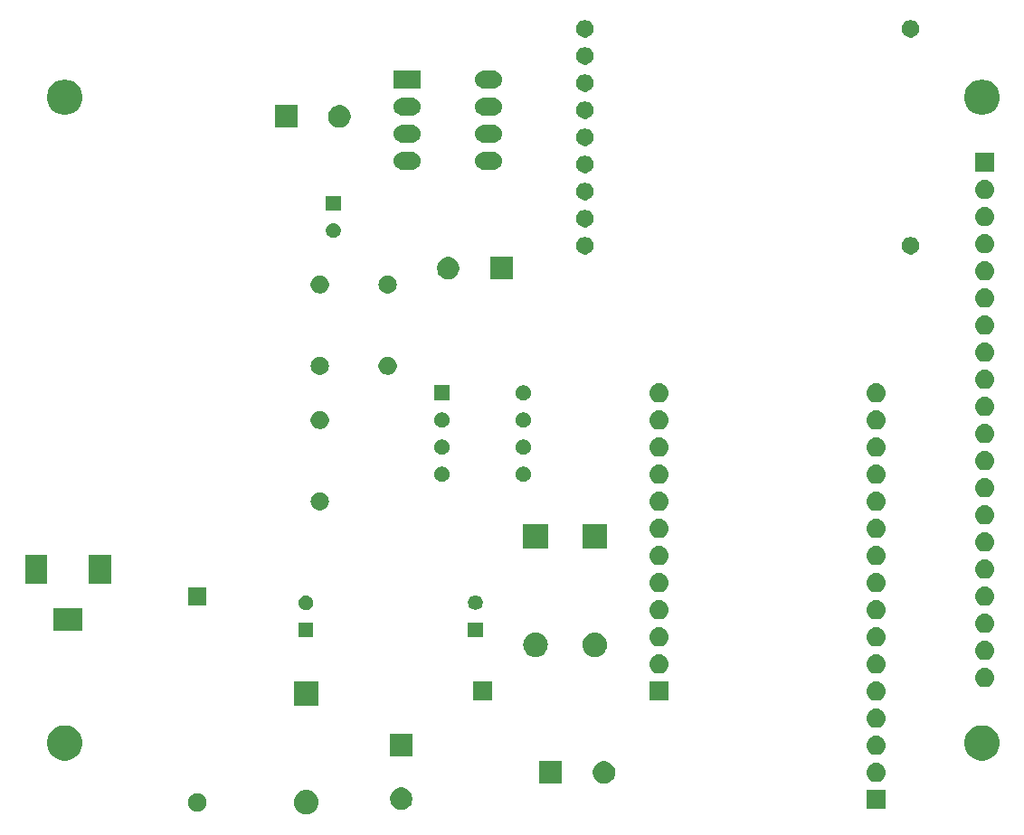
<source format=gbr>
G04 #@! TF.GenerationSoftware,KiCad,Pcbnew,(5.1.4-0-10_14)*
G04 #@! TF.CreationDate,2020-01-10T09:40:25-08:00*
G04 #@! TF.ProjectId,Griduino,47726964-7569-46e6-9f2e-6b696361645f,0*
G04 #@! TF.SameCoordinates,Original*
G04 #@! TF.FileFunction,Soldermask,Bot*
G04 #@! TF.FilePolarity,Negative*
%FSLAX46Y46*%
G04 Gerber Fmt 4.6, Leading zero omitted, Abs format (unit mm)*
G04 Created by KiCad (PCBNEW (5.1.4-0-10_14)) date 2020-01-10 09:40:25*
%MOMM*%
%LPD*%
G04 APERTURE LIST*
%ADD10C,0.100000*%
G04 APERTURE END LIST*
D10*
G36*
X106849271Y-136274103D02*
G01*
X106905635Y-136279654D01*
X107122600Y-136345470D01*
X107122602Y-136345471D01*
X107322555Y-136452347D01*
X107497818Y-136596182D01*
X107641653Y-136771445D01*
X107690783Y-136863362D01*
X107748530Y-136971400D01*
X107814346Y-137188365D01*
X107836569Y-137414000D01*
X107814346Y-137639635D01*
X107758674Y-137823161D01*
X107748529Y-137856602D01*
X107641653Y-138056555D01*
X107497818Y-138231818D01*
X107322555Y-138375653D01*
X107122602Y-138482529D01*
X107122600Y-138482530D01*
X106905635Y-138548346D01*
X106849271Y-138553897D01*
X106736545Y-138565000D01*
X106623455Y-138565000D01*
X106510729Y-138553897D01*
X106454365Y-138548346D01*
X106237400Y-138482530D01*
X106237398Y-138482529D01*
X106037445Y-138375653D01*
X105862182Y-138231818D01*
X105718347Y-138056555D01*
X105611471Y-137856602D01*
X105601327Y-137823161D01*
X105545654Y-137639635D01*
X105523431Y-137414000D01*
X105545654Y-137188365D01*
X105611470Y-136971400D01*
X105669217Y-136863362D01*
X105718347Y-136771445D01*
X105862182Y-136596182D01*
X106037445Y-136452347D01*
X106237398Y-136345471D01*
X106237400Y-136345470D01*
X106454365Y-136279654D01*
X106510729Y-136274103D01*
X106623455Y-136263000D01*
X106736545Y-136263000D01*
X106849271Y-136274103D01*
X106849271Y-136274103D01*
G37*
G36*
X96663119Y-136566798D02*
G01*
X96746561Y-136583395D01*
X96903763Y-136648510D01*
X97045241Y-136743042D01*
X97165558Y-136863359D01*
X97260090Y-137004837D01*
X97325205Y-137162039D01*
X97358400Y-137328923D01*
X97358400Y-137499077D01*
X97325205Y-137665961D01*
X97260090Y-137823163D01*
X97165558Y-137964641D01*
X97045241Y-138084958D01*
X96903763Y-138179490D01*
X96746561Y-138244605D01*
X96663119Y-138261202D01*
X96579678Y-138277800D01*
X96409522Y-138277800D01*
X96326081Y-138261202D01*
X96242639Y-138244605D01*
X96085437Y-138179490D01*
X95943959Y-138084958D01*
X95823642Y-137964641D01*
X95729110Y-137823163D01*
X95663995Y-137665961D01*
X95630800Y-137499077D01*
X95630800Y-137328923D01*
X95663995Y-137162039D01*
X95729110Y-137004837D01*
X95823642Y-136863359D01*
X95943959Y-136743042D01*
X96085437Y-136648510D01*
X96242639Y-136583395D01*
X96326081Y-136566798D01*
X96409522Y-136550200D01*
X96579678Y-136550200D01*
X96663119Y-136566798D01*
X96663119Y-136566798D01*
G37*
G36*
X115876564Y-136069389D02*
G01*
X116067833Y-136148615D01*
X116067835Y-136148616D01*
X116239973Y-136263635D01*
X116386365Y-136410027D01*
X116480026Y-136550200D01*
X116501385Y-136582167D01*
X116580611Y-136773436D01*
X116621000Y-136976484D01*
X116621000Y-137183516D01*
X116580611Y-137386564D01*
X116534006Y-137499078D01*
X116501384Y-137577835D01*
X116386365Y-137749973D01*
X116239973Y-137896365D01*
X116067835Y-138011384D01*
X116067834Y-138011385D01*
X116067833Y-138011385D01*
X115876564Y-138090611D01*
X115673516Y-138131000D01*
X115466484Y-138131000D01*
X115263436Y-138090611D01*
X115072167Y-138011385D01*
X115072166Y-138011385D01*
X115072165Y-138011384D01*
X114900027Y-137896365D01*
X114753635Y-137749973D01*
X114638616Y-137577835D01*
X114605994Y-137499078D01*
X114559389Y-137386564D01*
X114519000Y-137183516D01*
X114519000Y-136976484D01*
X114559389Y-136773436D01*
X114638615Y-136582167D01*
X114659975Y-136550200D01*
X114753635Y-136410027D01*
X114900027Y-136263635D01*
X115072165Y-136148616D01*
X115072167Y-136148615D01*
X115263436Y-136069389D01*
X115466484Y-136029000D01*
X115673516Y-136029000D01*
X115876564Y-136069389D01*
X115876564Y-136069389D01*
G37*
G36*
X160921000Y-138061000D02*
G01*
X159119000Y-138061000D01*
X159119000Y-136259000D01*
X160921000Y-136259000D01*
X160921000Y-138061000D01*
X160921000Y-138061000D01*
G37*
G36*
X134846564Y-133609389D02*
G01*
X135037833Y-133688615D01*
X135037835Y-133688616D01*
X135102819Y-133732037D01*
X135209973Y-133803635D01*
X135356365Y-133950027D01*
X135471385Y-134122167D01*
X135550611Y-134313436D01*
X135591000Y-134516484D01*
X135591000Y-134723516D01*
X135550611Y-134926564D01*
X135534083Y-134966466D01*
X135471384Y-135117835D01*
X135356365Y-135289973D01*
X135209973Y-135436365D01*
X135037835Y-135551384D01*
X135037834Y-135551385D01*
X135037833Y-135551385D01*
X134846564Y-135630611D01*
X134643516Y-135671000D01*
X134436484Y-135671000D01*
X134233436Y-135630611D01*
X134042167Y-135551385D01*
X134042166Y-135551385D01*
X134042165Y-135551384D01*
X133870027Y-135436365D01*
X133723635Y-135289973D01*
X133608616Y-135117835D01*
X133545917Y-134966466D01*
X133529389Y-134926564D01*
X133489000Y-134723516D01*
X133489000Y-134516484D01*
X133529389Y-134313436D01*
X133608615Y-134122167D01*
X133723635Y-133950027D01*
X133870027Y-133803635D01*
X133977181Y-133732037D01*
X134042165Y-133688616D01*
X134042167Y-133688615D01*
X134233436Y-133609389D01*
X134436484Y-133569000D01*
X134643516Y-133569000D01*
X134846564Y-133609389D01*
X134846564Y-133609389D01*
G37*
G36*
X130591000Y-135671000D02*
G01*
X128489000Y-135671000D01*
X128489000Y-133569000D01*
X130591000Y-133569000D01*
X130591000Y-135671000D01*
X130591000Y-135671000D01*
G37*
G36*
X160130443Y-133725519D02*
G01*
X160196627Y-133732037D01*
X160366466Y-133783557D01*
X160522991Y-133867222D01*
X160558729Y-133896552D01*
X160660186Y-133979814D01*
X160743448Y-134081271D01*
X160772778Y-134117009D01*
X160856443Y-134273534D01*
X160907963Y-134443373D01*
X160925359Y-134620000D01*
X160907963Y-134796627D01*
X160856443Y-134966466D01*
X160772778Y-135122991D01*
X160743448Y-135158729D01*
X160660186Y-135260186D01*
X160558729Y-135343448D01*
X160522991Y-135372778D01*
X160366466Y-135456443D01*
X160196627Y-135507963D01*
X160130443Y-135514481D01*
X160064260Y-135521000D01*
X159975740Y-135521000D01*
X159909557Y-135514481D01*
X159843373Y-135507963D01*
X159673534Y-135456443D01*
X159517009Y-135372778D01*
X159481271Y-135343448D01*
X159379814Y-135260186D01*
X159296552Y-135158729D01*
X159267222Y-135122991D01*
X159183557Y-134966466D01*
X159132037Y-134796627D01*
X159114641Y-134620000D01*
X159132037Y-134443373D01*
X159183557Y-134273534D01*
X159267222Y-134117009D01*
X159296552Y-134081271D01*
X159379814Y-133979814D01*
X159481271Y-133896552D01*
X159517009Y-133867222D01*
X159673534Y-133783557D01*
X159843373Y-133732037D01*
X159909557Y-133725519D01*
X159975740Y-133719000D01*
X160064260Y-133719000D01*
X160130443Y-133725519D01*
X160130443Y-133725519D01*
G37*
G36*
X170301256Y-130242698D02*
G01*
X170407579Y-130263847D01*
X170620037Y-130351850D01*
X170679410Y-130376443D01*
X170708042Y-130388303D01*
X170978451Y-130568985D01*
X171208415Y-130798949D01*
X171389097Y-131069358D01*
X171513553Y-131369821D01*
X171577000Y-131688791D01*
X171577000Y-132014009D01*
X171513553Y-132332979D01*
X171389097Y-132633442D01*
X171208415Y-132903851D01*
X170978451Y-133133815D01*
X170708042Y-133314497D01*
X170407579Y-133438953D01*
X170301256Y-133460102D01*
X170088611Y-133502400D01*
X169763389Y-133502400D01*
X169550744Y-133460102D01*
X169444421Y-133438953D01*
X169143958Y-133314497D01*
X168873549Y-133133815D01*
X168643585Y-132903851D01*
X168462903Y-132633442D01*
X168338447Y-132332979D01*
X168275000Y-132014009D01*
X168275000Y-131688791D01*
X168338447Y-131369821D01*
X168462903Y-131069358D01*
X168643585Y-130798949D01*
X168873549Y-130568985D01*
X169143958Y-130388303D01*
X169172591Y-130376443D01*
X169231963Y-130351850D01*
X169444421Y-130263847D01*
X169550744Y-130242698D01*
X169763389Y-130200400D01*
X170088611Y-130200400D01*
X170301256Y-130242698D01*
X170301256Y-130242698D01*
G37*
G36*
X84449256Y-130242698D02*
G01*
X84555579Y-130263847D01*
X84768037Y-130351850D01*
X84827410Y-130376443D01*
X84856042Y-130388303D01*
X85126451Y-130568985D01*
X85356415Y-130798949D01*
X85537097Y-131069358D01*
X85661553Y-131369821D01*
X85725000Y-131688791D01*
X85725000Y-132014009D01*
X85661553Y-132332979D01*
X85537097Y-132633442D01*
X85356415Y-132903851D01*
X85126451Y-133133815D01*
X84856042Y-133314497D01*
X84555579Y-133438953D01*
X84449256Y-133460102D01*
X84236611Y-133502400D01*
X83911389Y-133502400D01*
X83698744Y-133460102D01*
X83592421Y-133438953D01*
X83291958Y-133314497D01*
X83021549Y-133133815D01*
X82791585Y-132903851D01*
X82610903Y-132633442D01*
X82486447Y-132332979D01*
X82423000Y-132014009D01*
X82423000Y-131688791D01*
X82486447Y-131369821D01*
X82610903Y-131069358D01*
X82791585Y-130798949D01*
X83021549Y-130568985D01*
X83291958Y-130388303D01*
X83320591Y-130376443D01*
X83379963Y-130351850D01*
X83592421Y-130263847D01*
X83698744Y-130242698D01*
X83911389Y-130200400D01*
X84236611Y-130200400D01*
X84449256Y-130242698D01*
X84449256Y-130242698D01*
G37*
G36*
X116621000Y-133131000D02*
G01*
X114519000Y-133131000D01*
X114519000Y-131029000D01*
X116621000Y-131029000D01*
X116621000Y-133131000D01*
X116621000Y-133131000D01*
G37*
G36*
X160130442Y-131185518D02*
G01*
X160196627Y-131192037D01*
X160366466Y-131243557D01*
X160522991Y-131327222D01*
X160558729Y-131356552D01*
X160660186Y-131439814D01*
X160743448Y-131541271D01*
X160772778Y-131577009D01*
X160856443Y-131733534D01*
X160907963Y-131903373D01*
X160925359Y-132080000D01*
X160907963Y-132256627D01*
X160856443Y-132426466D01*
X160772778Y-132582991D01*
X160743448Y-132618729D01*
X160660186Y-132720186D01*
X160558729Y-132803448D01*
X160522991Y-132832778D01*
X160366466Y-132916443D01*
X160196627Y-132967963D01*
X160130443Y-132974481D01*
X160064260Y-132981000D01*
X159975740Y-132981000D01*
X159909557Y-132974481D01*
X159843373Y-132967963D01*
X159673534Y-132916443D01*
X159517009Y-132832778D01*
X159481271Y-132803448D01*
X159379814Y-132720186D01*
X159296552Y-132618729D01*
X159267222Y-132582991D01*
X159183557Y-132426466D01*
X159132037Y-132256627D01*
X159114641Y-132080000D01*
X159132037Y-131903373D01*
X159183557Y-131733534D01*
X159267222Y-131577009D01*
X159296552Y-131541271D01*
X159379814Y-131439814D01*
X159481271Y-131356552D01*
X159517009Y-131327222D01*
X159673534Y-131243557D01*
X159843373Y-131192037D01*
X159909558Y-131185518D01*
X159975740Y-131179000D01*
X160064260Y-131179000D01*
X160130442Y-131185518D01*
X160130442Y-131185518D01*
G37*
G36*
X160130443Y-128645519D02*
G01*
X160196627Y-128652037D01*
X160366466Y-128703557D01*
X160522991Y-128787222D01*
X160558729Y-128816552D01*
X160660186Y-128899814D01*
X160743448Y-129001271D01*
X160772778Y-129037009D01*
X160856443Y-129193534D01*
X160907963Y-129363373D01*
X160925359Y-129540000D01*
X160907963Y-129716627D01*
X160856443Y-129886466D01*
X160772778Y-130042991D01*
X160743448Y-130078729D01*
X160660186Y-130180186D01*
X160558729Y-130263448D01*
X160522991Y-130292778D01*
X160366466Y-130376443D01*
X160196627Y-130427963D01*
X160130443Y-130434481D01*
X160064260Y-130441000D01*
X159975740Y-130441000D01*
X159909557Y-130434481D01*
X159843373Y-130427963D01*
X159673534Y-130376443D01*
X159517009Y-130292778D01*
X159481271Y-130263448D01*
X159379814Y-130180186D01*
X159296552Y-130078729D01*
X159267222Y-130042991D01*
X159183557Y-129886466D01*
X159132037Y-129716627D01*
X159114641Y-129540000D01*
X159132037Y-129363373D01*
X159183557Y-129193534D01*
X159267222Y-129037009D01*
X159296552Y-129001271D01*
X159379814Y-128899814D01*
X159481271Y-128816552D01*
X159517009Y-128787222D01*
X159673534Y-128703557D01*
X159843373Y-128652037D01*
X159909557Y-128645519D01*
X159975740Y-128639000D01*
X160064260Y-128639000D01*
X160130443Y-128645519D01*
X160130443Y-128645519D01*
G37*
G36*
X107831000Y-128405000D02*
G01*
X105529000Y-128405000D01*
X105529000Y-126103000D01*
X107831000Y-126103000D01*
X107831000Y-128405000D01*
X107831000Y-128405000D01*
G37*
G36*
X124091000Y-127901000D02*
G01*
X122289000Y-127901000D01*
X122289000Y-126099000D01*
X124091000Y-126099000D01*
X124091000Y-127901000D01*
X124091000Y-127901000D01*
G37*
G36*
X140601000Y-127901000D02*
G01*
X138799000Y-127901000D01*
X138799000Y-126099000D01*
X140601000Y-126099000D01*
X140601000Y-127901000D01*
X140601000Y-127901000D01*
G37*
G36*
X160130443Y-126105519D02*
G01*
X160196627Y-126112037D01*
X160366466Y-126163557D01*
X160522991Y-126247222D01*
X160558729Y-126276552D01*
X160660186Y-126359814D01*
X160743448Y-126461271D01*
X160772778Y-126497009D01*
X160856443Y-126653534D01*
X160907963Y-126823373D01*
X160925359Y-127000000D01*
X160907963Y-127176627D01*
X160856443Y-127346466D01*
X160772778Y-127502991D01*
X160743448Y-127538729D01*
X160660186Y-127640186D01*
X160558729Y-127723448D01*
X160522991Y-127752778D01*
X160366466Y-127836443D01*
X160196627Y-127887963D01*
X160130442Y-127894482D01*
X160064260Y-127901000D01*
X159975740Y-127901000D01*
X159909558Y-127894482D01*
X159843373Y-127887963D01*
X159673534Y-127836443D01*
X159517009Y-127752778D01*
X159481271Y-127723448D01*
X159379814Y-127640186D01*
X159296552Y-127538729D01*
X159267222Y-127502991D01*
X159183557Y-127346466D01*
X159132037Y-127176627D01*
X159114641Y-127000000D01*
X159132037Y-126823373D01*
X159183557Y-126653534D01*
X159267222Y-126497009D01*
X159296552Y-126461271D01*
X159379814Y-126359814D01*
X159481271Y-126276552D01*
X159517009Y-126247222D01*
X159673534Y-126163557D01*
X159843373Y-126112037D01*
X159909557Y-126105519D01*
X159975740Y-126099000D01*
X160064260Y-126099000D01*
X160130443Y-126105519D01*
X160130443Y-126105519D01*
G37*
G36*
X170290443Y-124835519D02*
G01*
X170356627Y-124842037D01*
X170526466Y-124893557D01*
X170682991Y-124977222D01*
X170718729Y-125006552D01*
X170820186Y-125089814D01*
X170903448Y-125191271D01*
X170932778Y-125227009D01*
X171016443Y-125383534D01*
X171067963Y-125553373D01*
X171085359Y-125730000D01*
X171067963Y-125906627D01*
X171016443Y-126076466D01*
X170932778Y-126232991D01*
X170903448Y-126268729D01*
X170820186Y-126370186D01*
X170718729Y-126453448D01*
X170682991Y-126482778D01*
X170526466Y-126566443D01*
X170356627Y-126617963D01*
X170290442Y-126624482D01*
X170224260Y-126631000D01*
X170135740Y-126631000D01*
X170069558Y-126624482D01*
X170003373Y-126617963D01*
X169833534Y-126566443D01*
X169677009Y-126482778D01*
X169641271Y-126453448D01*
X169539814Y-126370186D01*
X169456552Y-126268729D01*
X169427222Y-126232991D01*
X169343557Y-126076466D01*
X169292037Y-125906627D01*
X169274641Y-125730000D01*
X169292037Y-125553373D01*
X169343557Y-125383534D01*
X169427222Y-125227009D01*
X169456552Y-125191271D01*
X169539814Y-125089814D01*
X169641271Y-125006552D01*
X169677009Y-124977222D01*
X169833534Y-124893557D01*
X170003373Y-124842037D01*
X170069557Y-124835519D01*
X170135740Y-124829000D01*
X170224260Y-124829000D01*
X170290443Y-124835519D01*
X170290443Y-124835519D01*
G37*
G36*
X160130442Y-123565518D02*
G01*
X160196627Y-123572037D01*
X160366466Y-123623557D01*
X160522991Y-123707222D01*
X160558729Y-123736552D01*
X160660186Y-123819814D01*
X160743448Y-123921271D01*
X160772778Y-123957009D01*
X160856443Y-124113534D01*
X160907963Y-124283373D01*
X160925359Y-124460000D01*
X160907963Y-124636627D01*
X160856443Y-124806466D01*
X160772778Y-124962991D01*
X160743448Y-124998729D01*
X160660186Y-125100186D01*
X160558729Y-125183448D01*
X160522991Y-125212778D01*
X160366466Y-125296443D01*
X160196627Y-125347963D01*
X160130442Y-125354482D01*
X160064260Y-125361000D01*
X159975740Y-125361000D01*
X159909558Y-125354482D01*
X159843373Y-125347963D01*
X159673534Y-125296443D01*
X159517009Y-125212778D01*
X159481271Y-125183448D01*
X159379814Y-125100186D01*
X159296552Y-124998729D01*
X159267222Y-124962991D01*
X159183557Y-124806466D01*
X159132037Y-124636627D01*
X159114641Y-124460000D01*
X159132037Y-124283373D01*
X159183557Y-124113534D01*
X159267222Y-123957009D01*
X159296552Y-123921271D01*
X159379814Y-123819814D01*
X159481271Y-123736552D01*
X159517009Y-123707222D01*
X159673534Y-123623557D01*
X159843373Y-123572037D01*
X159909558Y-123565518D01*
X159975740Y-123559000D01*
X160064260Y-123559000D01*
X160130442Y-123565518D01*
X160130442Y-123565518D01*
G37*
G36*
X139810442Y-123565518D02*
G01*
X139876627Y-123572037D01*
X140046466Y-123623557D01*
X140202991Y-123707222D01*
X140238729Y-123736552D01*
X140340186Y-123819814D01*
X140423448Y-123921271D01*
X140452778Y-123957009D01*
X140536443Y-124113534D01*
X140587963Y-124283373D01*
X140605359Y-124460000D01*
X140587963Y-124636627D01*
X140536443Y-124806466D01*
X140452778Y-124962991D01*
X140423448Y-124998729D01*
X140340186Y-125100186D01*
X140238729Y-125183448D01*
X140202991Y-125212778D01*
X140046466Y-125296443D01*
X139876627Y-125347963D01*
X139810442Y-125354482D01*
X139744260Y-125361000D01*
X139655740Y-125361000D01*
X139589558Y-125354482D01*
X139523373Y-125347963D01*
X139353534Y-125296443D01*
X139197009Y-125212778D01*
X139161271Y-125183448D01*
X139059814Y-125100186D01*
X138976552Y-124998729D01*
X138947222Y-124962991D01*
X138863557Y-124806466D01*
X138812037Y-124636627D01*
X138794641Y-124460000D01*
X138812037Y-124283373D01*
X138863557Y-124113534D01*
X138947222Y-123957009D01*
X138976552Y-123921271D01*
X139059814Y-123819814D01*
X139161271Y-123736552D01*
X139197009Y-123707222D01*
X139353534Y-123623557D01*
X139523373Y-123572037D01*
X139589558Y-123565518D01*
X139655740Y-123559000D01*
X139744260Y-123559000D01*
X139810442Y-123565518D01*
X139810442Y-123565518D01*
G37*
G36*
X170290443Y-122295519D02*
G01*
X170356627Y-122302037D01*
X170526466Y-122353557D01*
X170682991Y-122437222D01*
X170718729Y-122466552D01*
X170820186Y-122549814D01*
X170903448Y-122651271D01*
X170932778Y-122687009D01*
X171016443Y-122843534D01*
X171067963Y-123013373D01*
X171085359Y-123190000D01*
X171067963Y-123366627D01*
X171016443Y-123536466D01*
X170932778Y-123692991D01*
X170903448Y-123728729D01*
X170820186Y-123830186D01*
X170718729Y-123913448D01*
X170682991Y-123942778D01*
X170526466Y-124026443D01*
X170356627Y-124077963D01*
X170290442Y-124084482D01*
X170224260Y-124091000D01*
X170135740Y-124091000D01*
X170069558Y-124084482D01*
X170003373Y-124077963D01*
X169833534Y-124026443D01*
X169677009Y-123942778D01*
X169641271Y-123913448D01*
X169539814Y-123830186D01*
X169456552Y-123728729D01*
X169427222Y-123692991D01*
X169343557Y-123536466D01*
X169292037Y-123366627D01*
X169274641Y-123190000D01*
X169292037Y-123013373D01*
X169343557Y-122843534D01*
X169427222Y-122687009D01*
X169456552Y-122651271D01*
X169539814Y-122549814D01*
X169641271Y-122466552D01*
X169677009Y-122437222D01*
X169833534Y-122353557D01*
X170003373Y-122302037D01*
X170069557Y-122295519D01*
X170135740Y-122289000D01*
X170224260Y-122289000D01*
X170290443Y-122295519D01*
X170290443Y-122295519D01*
G37*
G36*
X128312271Y-121491303D02*
G01*
X128368635Y-121496854D01*
X128585600Y-121562670D01*
X128585602Y-121562671D01*
X128785555Y-121669547D01*
X128960818Y-121813382D01*
X129104653Y-121988645D01*
X129211529Y-122188598D01*
X129211530Y-122188600D01*
X129277346Y-122405565D01*
X129299569Y-122631200D01*
X129277346Y-122856835D01*
X129229860Y-123013375D01*
X129211529Y-123073802D01*
X129104653Y-123273755D01*
X128960818Y-123449018D01*
X128785555Y-123592853D01*
X128598212Y-123692989D01*
X128585600Y-123699730D01*
X128368635Y-123765546D01*
X128312271Y-123771097D01*
X128199545Y-123782200D01*
X128086455Y-123782200D01*
X127973729Y-123771097D01*
X127917365Y-123765546D01*
X127700400Y-123699730D01*
X127687788Y-123692989D01*
X127500445Y-123592853D01*
X127325182Y-123449018D01*
X127181347Y-123273755D01*
X127074471Y-123073802D01*
X127056141Y-123013375D01*
X127008654Y-122856835D01*
X126986431Y-122631200D01*
X127008654Y-122405565D01*
X127074470Y-122188600D01*
X127074471Y-122188598D01*
X127181347Y-121988645D01*
X127325182Y-121813382D01*
X127500445Y-121669547D01*
X127700398Y-121562671D01*
X127700400Y-121562670D01*
X127917365Y-121496854D01*
X127973729Y-121491303D01*
X128086455Y-121480200D01*
X128199545Y-121480200D01*
X128312271Y-121491303D01*
X128312271Y-121491303D01*
G37*
G36*
X133874871Y-121491303D02*
G01*
X133931235Y-121496854D01*
X134148200Y-121562670D01*
X134148202Y-121562671D01*
X134348155Y-121669547D01*
X134523418Y-121813382D01*
X134667253Y-121988645D01*
X134774129Y-122188598D01*
X134774130Y-122188600D01*
X134839946Y-122405565D01*
X134862169Y-122631200D01*
X134839946Y-122856835D01*
X134792460Y-123013375D01*
X134774129Y-123073802D01*
X134667253Y-123273755D01*
X134523418Y-123449018D01*
X134348155Y-123592853D01*
X134160812Y-123692989D01*
X134148200Y-123699730D01*
X133931235Y-123765546D01*
X133874871Y-123771097D01*
X133762145Y-123782200D01*
X133649055Y-123782200D01*
X133536329Y-123771097D01*
X133479965Y-123765546D01*
X133263000Y-123699730D01*
X133250388Y-123692989D01*
X133063045Y-123592853D01*
X132887782Y-123449018D01*
X132743947Y-123273755D01*
X132637071Y-123073802D01*
X132618741Y-123013375D01*
X132571254Y-122856835D01*
X132549031Y-122631200D01*
X132571254Y-122405565D01*
X132637070Y-122188600D01*
X132637071Y-122188598D01*
X132743947Y-121988645D01*
X132887782Y-121813382D01*
X133063045Y-121669547D01*
X133262998Y-121562671D01*
X133263000Y-121562670D01*
X133479965Y-121496854D01*
X133536329Y-121491303D01*
X133649055Y-121480200D01*
X133762145Y-121480200D01*
X133874871Y-121491303D01*
X133874871Y-121491303D01*
G37*
G36*
X160130442Y-121025518D02*
G01*
X160196627Y-121032037D01*
X160366466Y-121083557D01*
X160522991Y-121167222D01*
X160558729Y-121196552D01*
X160660186Y-121279814D01*
X160735676Y-121371800D01*
X160772778Y-121417009D01*
X160856443Y-121573534D01*
X160907963Y-121743373D01*
X160925359Y-121920000D01*
X160907963Y-122096627D01*
X160856443Y-122266466D01*
X160772778Y-122422991D01*
X160743448Y-122458729D01*
X160660186Y-122560186D01*
X160573654Y-122631200D01*
X160522991Y-122672778D01*
X160366466Y-122756443D01*
X160196627Y-122807963D01*
X160130443Y-122814481D01*
X160064260Y-122821000D01*
X159975740Y-122821000D01*
X159909557Y-122814481D01*
X159843373Y-122807963D01*
X159673534Y-122756443D01*
X159517009Y-122672778D01*
X159466346Y-122631200D01*
X159379814Y-122560186D01*
X159296552Y-122458729D01*
X159267222Y-122422991D01*
X159183557Y-122266466D01*
X159132037Y-122096627D01*
X159114641Y-121920000D01*
X159132037Y-121743373D01*
X159183557Y-121573534D01*
X159267222Y-121417009D01*
X159304324Y-121371800D01*
X159379814Y-121279814D01*
X159481271Y-121196552D01*
X159517009Y-121167222D01*
X159673534Y-121083557D01*
X159843373Y-121032037D01*
X159909558Y-121025518D01*
X159975740Y-121019000D01*
X160064260Y-121019000D01*
X160130442Y-121025518D01*
X160130442Y-121025518D01*
G37*
G36*
X139810442Y-121025518D02*
G01*
X139876627Y-121032037D01*
X140046466Y-121083557D01*
X140202991Y-121167222D01*
X140238729Y-121196552D01*
X140340186Y-121279814D01*
X140415676Y-121371800D01*
X140452778Y-121417009D01*
X140536443Y-121573534D01*
X140587963Y-121743373D01*
X140605359Y-121920000D01*
X140587963Y-122096627D01*
X140536443Y-122266466D01*
X140452778Y-122422991D01*
X140423448Y-122458729D01*
X140340186Y-122560186D01*
X140253654Y-122631200D01*
X140202991Y-122672778D01*
X140046466Y-122756443D01*
X139876627Y-122807963D01*
X139810443Y-122814481D01*
X139744260Y-122821000D01*
X139655740Y-122821000D01*
X139589557Y-122814481D01*
X139523373Y-122807963D01*
X139353534Y-122756443D01*
X139197009Y-122672778D01*
X139146346Y-122631200D01*
X139059814Y-122560186D01*
X138976552Y-122458729D01*
X138947222Y-122422991D01*
X138863557Y-122266466D01*
X138812037Y-122096627D01*
X138794641Y-121920000D01*
X138812037Y-121743373D01*
X138863557Y-121573534D01*
X138947222Y-121417009D01*
X138984324Y-121371800D01*
X139059814Y-121279814D01*
X139161271Y-121196552D01*
X139197009Y-121167222D01*
X139353534Y-121083557D01*
X139523373Y-121032037D01*
X139589558Y-121025518D01*
X139655740Y-121019000D01*
X139744260Y-121019000D01*
X139810442Y-121025518D01*
X139810442Y-121025518D01*
G37*
G36*
X107340600Y-121945600D02*
G01*
X105968600Y-121945600D01*
X105968600Y-120573600D01*
X107340600Y-120573600D01*
X107340600Y-121945600D01*
X107340600Y-121945600D01*
G37*
G36*
X123190200Y-121920200D02*
G01*
X121818200Y-121920200D01*
X121818200Y-120548200D01*
X123190200Y-120548200D01*
X123190200Y-121920200D01*
X123190200Y-121920200D01*
G37*
G36*
X170290442Y-119755518D02*
G01*
X170356627Y-119762037D01*
X170526466Y-119813557D01*
X170682991Y-119897222D01*
X170718729Y-119926552D01*
X170820186Y-120009814D01*
X170903448Y-120111271D01*
X170932778Y-120147009D01*
X171016443Y-120303534D01*
X171067963Y-120473373D01*
X171085359Y-120650000D01*
X171067963Y-120826627D01*
X171016443Y-120996466D01*
X170932778Y-121152991D01*
X170903448Y-121188729D01*
X170820186Y-121290186D01*
X170720738Y-121371800D01*
X170682991Y-121402778D01*
X170526466Y-121486443D01*
X170356627Y-121537963D01*
X170290443Y-121544481D01*
X170224260Y-121551000D01*
X170135740Y-121551000D01*
X170069557Y-121544481D01*
X170003373Y-121537963D01*
X169833534Y-121486443D01*
X169677009Y-121402778D01*
X169639262Y-121371800D01*
X169539814Y-121290186D01*
X169456552Y-121188729D01*
X169427222Y-121152991D01*
X169343557Y-120996466D01*
X169292037Y-120826627D01*
X169274641Y-120650000D01*
X169292037Y-120473373D01*
X169343557Y-120303534D01*
X169427222Y-120147009D01*
X169456552Y-120111271D01*
X169539814Y-120009814D01*
X169641271Y-119926552D01*
X169677009Y-119897222D01*
X169833534Y-119813557D01*
X170003373Y-119762037D01*
X170069558Y-119755518D01*
X170135740Y-119749000D01*
X170224260Y-119749000D01*
X170290442Y-119755518D01*
X170290442Y-119755518D01*
G37*
G36*
X85755200Y-121371800D02*
G01*
X83053200Y-121371800D01*
X83053200Y-119269800D01*
X85755200Y-119269800D01*
X85755200Y-121371800D01*
X85755200Y-121371800D01*
G37*
G36*
X139810442Y-118485518D02*
G01*
X139876627Y-118492037D01*
X140046466Y-118543557D01*
X140202991Y-118627222D01*
X140238729Y-118656552D01*
X140340186Y-118739814D01*
X140423448Y-118841271D01*
X140452778Y-118877009D01*
X140536443Y-119033534D01*
X140587963Y-119203373D01*
X140605359Y-119380000D01*
X140587963Y-119556627D01*
X140536443Y-119726466D01*
X140452778Y-119882991D01*
X140423448Y-119918729D01*
X140340186Y-120020186D01*
X140238729Y-120103448D01*
X140202991Y-120132778D01*
X140046466Y-120216443D01*
X139876627Y-120267963D01*
X139810442Y-120274482D01*
X139744260Y-120281000D01*
X139655740Y-120281000D01*
X139589558Y-120274482D01*
X139523373Y-120267963D01*
X139353534Y-120216443D01*
X139197009Y-120132778D01*
X139161271Y-120103448D01*
X139059814Y-120020186D01*
X138976552Y-119918729D01*
X138947222Y-119882991D01*
X138863557Y-119726466D01*
X138812037Y-119556627D01*
X138794641Y-119380000D01*
X138812037Y-119203373D01*
X138863557Y-119033534D01*
X138947222Y-118877009D01*
X138976552Y-118841271D01*
X139059814Y-118739814D01*
X139161271Y-118656552D01*
X139197009Y-118627222D01*
X139353534Y-118543557D01*
X139523373Y-118492037D01*
X139589558Y-118485518D01*
X139655740Y-118479000D01*
X139744260Y-118479000D01*
X139810442Y-118485518D01*
X139810442Y-118485518D01*
G37*
G36*
X160130442Y-118485518D02*
G01*
X160196627Y-118492037D01*
X160366466Y-118543557D01*
X160522991Y-118627222D01*
X160558729Y-118656552D01*
X160660186Y-118739814D01*
X160743448Y-118841271D01*
X160772778Y-118877009D01*
X160856443Y-119033534D01*
X160907963Y-119203373D01*
X160925359Y-119380000D01*
X160907963Y-119556627D01*
X160856443Y-119726466D01*
X160772778Y-119882991D01*
X160743448Y-119918729D01*
X160660186Y-120020186D01*
X160558729Y-120103448D01*
X160522991Y-120132778D01*
X160366466Y-120216443D01*
X160196627Y-120267963D01*
X160130442Y-120274482D01*
X160064260Y-120281000D01*
X159975740Y-120281000D01*
X159909558Y-120274482D01*
X159843373Y-120267963D01*
X159673534Y-120216443D01*
X159517009Y-120132778D01*
X159481271Y-120103448D01*
X159379814Y-120020186D01*
X159296552Y-119918729D01*
X159267222Y-119882991D01*
X159183557Y-119726466D01*
X159132037Y-119556627D01*
X159114641Y-119380000D01*
X159132037Y-119203373D01*
X159183557Y-119033534D01*
X159267222Y-118877009D01*
X159296552Y-118841271D01*
X159379814Y-118739814D01*
X159481271Y-118656552D01*
X159517009Y-118627222D01*
X159673534Y-118543557D01*
X159843373Y-118492037D01*
X159909558Y-118485518D01*
X159975740Y-118479000D01*
X160064260Y-118479000D01*
X160130442Y-118485518D01*
X160130442Y-118485518D01*
G37*
G36*
X106854698Y-118059962D02*
G01*
X106979541Y-118111674D01*
X106979543Y-118111675D01*
X107091899Y-118186749D01*
X107187451Y-118282301D01*
X107245555Y-118369259D01*
X107262526Y-118394659D01*
X107314238Y-118519502D01*
X107340600Y-118652034D01*
X107340600Y-118787166D01*
X107314238Y-118919698D01*
X107291828Y-118973800D01*
X107262525Y-119044543D01*
X107187451Y-119156899D01*
X107091899Y-119252451D01*
X106979543Y-119327525D01*
X106979542Y-119327526D01*
X106979541Y-119327526D01*
X106854698Y-119379238D01*
X106722166Y-119405600D01*
X106587034Y-119405600D01*
X106454502Y-119379238D01*
X106329659Y-119327526D01*
X106329658Y-119327526D01*
X106329657Y-119327525D01*
X106217301Y-119252451D01*
X106121749Y-119156899D01*
X106046675Y-119044543D01*
X106017372Y-118973800D01*
X105994962Y-118919698D01*
X105968600Y-118787166D01*
X105968600Y-118652034D01*
X105994962Y-118519502D01*
X106046674Y-118394659D01*
X106063646Y-118369259D01*
X106121749Y-118282301D01*
X106217301Y-118186749D01*
X106329657Y-118111675D01*
X106329659Y-118111674D01*
X106454502Y-118059962D01*
X106587034Y-118033600D01*
X106722166Y-118033600D01*
X106854698Y-118059962D01*
X106854698Y-118059962D01*
G37*
G36*
X122704298Y-118034562D02*
G01*
X122829141Y-118086274D01*
X122829143Y-118086275D01*
X122941499Y-118161349D01*
X123037051Y-118256901D01*
X123112126Y-118369259D01*
X123163838Y-118494102D01*
X123190200Y-118626634D01*
X123190200Y-118761766D01*
X123163838Y-118894298D01*
X123130907Y-118973800D01*
X123112125Y-119019143D01*
X123037051Y-119131499D01*
X122941499Y-119227051D01*
X122829143Y-119302125D01*
X122829142Y-119302126D01*
X122829141Y-119302126D01*
X122704298Y-119353838D01*
X122571766Y-119380200D01*
X122436634Y-119380200D01*
X122304102Y-119353838D01*
X122179259Y-119302126D01*
X122179258Y-119302126D01*
X122179257Y-119302125D01*
X122066901Y-119227051D01*
X121971349Y-119131499D01*
X121896275Y-119019143D01*
X121877493Y-118973800D01*
X121844562Y-118894298D01*
X121818200Y-118761766D01*
X121818200Y-118626634D01*
X121844562Y-118494102D01*
X121896274Y-118369259D01*
X121971349Y-118256901D01*
X122066901Y-118161349D01*
X122179257Y-118086275D01*
X122179259Y-118086274D01*
X122304102Y-118034562D01*
X122436634Y-118008200D01*
X122571766Y-118008200D01*
X122704298Y-118034562D01*
X122704298Y-118034562D01*
G37*
G36*
X170290443Y-117215519D02*
G01*
X170356627Y-117222037D01*
X170526466Y-117273557D01*
X170682991Y-117357222D01*
X170718729Y-117386552D01*
X170820186Y-117469814D01*
X170903448Y-117571271D01*
X170932778Y-117607009D01*
X171016443Y-117763534D01*
X171067963Y-117933373D01*
X171085359Y-118110000D01*
X171067963Y-118286627D01*
X171016443Y-118456466D01*
X170932778Y-118612991D01*
X170903448Y-118648729D01*
X170820186Y-118750186D01*
X170718729Y-118833448D01*
X170682991Y-118862778D01*
X170526466Y-118946443D01*
X170356627Y-118997963D01*
X170290443Y-119004481D01*
X170224260Y-119011000D01*
X170135740Y-119011000D01*
X170069557Y-119004481D01*
X170003373Y-118997963D01*
X169833534Y-118946443D01*
X169677009Y-118862778D01*
X169641271Y-118833448D01*
X169539814Y-118750186D01*
X169456552Y-118648729D01*
X169427222Y-118612991D01*
X169343557Y-118456466D01*
X169292037Y-118286627D01*
X169274641Y-118110000D01*
X169292037Y-117933373D01*
X169343557Y-117763534D01*
X169427222Y-117607009D01*
X169456552Y-117571271D01*
X169539814Y-117469814D01*
X169641271Y-117386552D01*
X169677009Y-117357222D01*
X169833534Y-117273557D01*
X170003373Y-117222037D01*
X170069557Y-117215519D01*
X170135740Y-117209000D01*
X170224260Y-117209000D01*
X170290443Y-117215519D01*
X170290443Y-117215519D01*
G37*
G36*
X97358400Y-118973800D02*
G01*
X95630800Y-118973800D01*
X95630800Y-117246200D01*
X97358400Y-117246200D01*
X97358400Y-118973800D01*
X97358400Y-118973800D01*
G37*
G36*
X139810442Y-115945518D02*
G01*
X139876627Y-115952037D01*
X140046466Y-116003557D01*
X140202991Y-116087222D01*
X140238729Y-116116552D01*
X140340186Y-116199814D01*
X140423448Y-116301271D01*
X140452778Y-116337009D01*
X140536443Y-116493534D01*
X140587963Y-116663373D01*
X140605359Y-116840000D01*
X140587963Y-117016627D01*
X140536443Y-117186466D01*
X140452778Y-117342991D01*
X140423448Y-117378729D01*
X140340186Y-117480186D01*
X140238729Y-117563448D01*
X140202991Y-117592778D01*
X140046466Y-117676443D01*
X139876627Y-117727963D01*
X139810442Y-117734482D01*
X139744260Y-117741000D01*
X139655740Y-117741000D01*
X139589558Y-117734482D01*
X139523373Y-117727963D01*
X139353534Y-117676443D01*
X139197009Y-117592778D01*
X139161271Y-117563448D01*
X139059814Y-117480186D01*
X138976552Y-117378729D01*
X138947222Y-117342991D01*
X138863557Y-117186466D01*
X138812037Y-117016627D01*
X138794641Y-116840000D01*
X138812037Y-116663373D01*
X138863557Y-116493534D01*
X138947222Y-116337009D01*
X138976552Y-116301271D01*
X139059814Y-116199814D01*
X139161271Y-116116552D01*
X139197009Y-116087222D01*
X139353534Y-116003557D01*
X139523373Y-115952037D01*
X139589558Y-115945518D01*
X139655740Y-115939000D01*
X139744260Y-115939000D01*
X139810442Y-115945518D01*
X139810442Y-115945518D01*
G37*
G36*
X160130442Y-115945518D02*
G01*
X160196627Y-115952037D01*
X160366466Y-116003557D01*
X160522991Y-116087222D01*
X160558729Y-116116552D01*
X160660186Y-116199814D01*
X160743448Y-116301271D01*
X160772778Y-116337009D01*
X160856443Y-116493534D01*
X160907963Y-116663373D01*
X160925359Y-116840000D01*
X160907963Y-117016627D01*
X160856443Y-117186466D01*
X160772778Y-117342991D01*
X160743448Y-117378729D01*
X160660186Y-117480186D01*
X160558729Y-117563448D01*
X160522991Y-117592778D01*
X160366466Y-117676443D01*
X160196627Y-117727963D01*
X160130442Y-117734482D01*
X160064260Y-117741000D01*
X159975740Y-117741000D01*
X159909558Y-117734482D01*
X159843373Y-117727963D01*
X159673534Y-117676443D01*
X159517009Y-117592778D01*
X159481271Y-117563448D01*
X159379814Y-117480186D01*
X159296552Y-117378729D01*
X159267222Y-117342991D01*
X159183557Y-117186466D01*
X159132037Y-117016627D01*
X159114641Y-116840000D01*
X159132037Y-116663373D01*
X159183557Y-116493534D01*
X159267222Y-116337009D01*
X159296552Y-116301271D01*
X159379814Y-116199814D01*
X159481271Y-116116552D01*
X159517009Y-116087222D01*
X159673534Y-116003557D01*
X159843373Y-115952037D01*
X159909558Y-115945518D01*
X159975740Y-115939000D01*
X160064260Y-115939000D01*
X160130442Y-115945518D01*
X160130442Y-115945518D01*
G37*
G36*
X88455200Y-116971800D02*
G01*
X86353200Y-116971800D01*
X86353200Y-114269800D01*
X88455200Y-114269800D01*
X88455200Y-116971800D01*
X88455200Y-116971800D01*
G37*
G36*
X82455200Y-116971800D02*
G01*
X80353200Y-116971800D01*
X80353200Y-114269800D01*
X82455200Y-114269800D01*
X82455200Y-116971800D01*
X82455200Y-116971800D01*
G37*
G36*
X170290443Y-114675519D02*
G01*
X170356627Y-114682037D01*
X170526466Y-114733557D01*
X170682991Y-114817222D01*
X170718729Y-114846552D01*
X170820186Y-114929814D01*
X170903448Y-115031271D01*
X170932778Y-115067009D01*
X171016443Y-115223534D01*
X171067963Y-115393373D01*
X171085359Y-115570000D01*
X171067963Y-115746627D01*
X171016443Y-115916466D01*
X170932778Y-116072991D01*
X170903448Y-116108729D01*
X170820186Y-116210186D01*
X170718729Y-116293448D01*
X170682991Y-116322778D01*
X170526466Y-116406443D01*
X170356627Y-116457963D01*
X170290442Y-116464482D01*
X170224260Y-116471000D01*
X170135740Y-116471000D01*
X170069558Y-116464482D01*
X170003373Y-116457963D01*
X169833534Y-116406443D01*
X169677009Y-116322778D01*
X169641271Y-116293448D01*
X169539814Y-116210186D01*
X169456552Y-116108729D01*
X169427222Y-116072991D01*
X169343557Y-115916466D01*
X169292037Y-115746627D01*
X169274641Y-115570000D01*
X169292037Y-115393373D01*
X169343557Y-115223534D01*
X169427222Y-115067009D01*
X169456552Y-115031271D01*
X169539814Y-114929814D01*
X169641271Y-114846552D01*
X169677009Y-114817222D01*
X169833534Y-114733557D01*
X170003373Y-114682037D01*
X170069557Y-114675519D01*
X170135740Y-114669000D01*
X170224260Y-114669000D01*
X170290443Y-114675519D01*
X170290443Y-114675519D01*
G37*
G36*
X139810443Y-113405519D02*
G01*
X139876627Y-113412037D01*
X140046466Y-113463557D01*
X140202991Y-113547222D01*
X140238729Y-113576552D01*
X140340186Y-113659814D01*
X140423448Y-113761271D01*
X140452778Y-113797009D01*
X140536443Y-113953534D01*
X140587963Y-114123373D01*
X140605359Y-114300000D01*
X140587963Y-114476627D01*
X140536443Y-114646466D01*
X140452778Y-114802991D01*
X140423448Y-114838729D01*
X140340186Y-114940186D01*
X140238729Y-115023448D01*
X140202991Y-115052778D01*
X140046466Y-115136443D01*
X139876627Y-115187963D01*
X139810442Y-115194482D01*
X139744260Y-115201000D01*
X139655740Y-115201000D01*
X139589558Y-115194482D01*
X139523373Y-115187963D01*
X139353534Y-115136443D01*
X139197009Y-115052778D01*
X139161271Y-115023448D01*
X139059814Y-114940186D01*
X138976552Y-114838729D01*
X138947222Y-114802991D01*
X138863557Y-114646466D01*
X138812037Y-114476627D01*
X138794641Y-114300000D01*
X138812037Y-114123373D01*
X138863557Y-113953534D01*
X138947222Y-113797009D01*
X138976552Y-113761271D01*
X139059814Y-113659814D01*
X139161271Y-113576552D01*
X139197009Y-113547222D01*
X139353534Y-113463557D01*
X139523373Y-113412037D01*
X139589557Y-113405519D01*
X139655740Y-113399000D01*
X139744260Y-113399000D01*
X139810443Y-113405519D01*
X139810443Y-113405519D01*
G37*
G36*
X160130443Y-113405519D02*
G01*
X160196627Y-113412037D01*
X160366466Y-113463557D01*
X160522991Y-113547222D01*
X160558729Y-113576552D01*
X160660186Y-113659814D01*
X160743448Y-113761271D01*
X160772778Y-113797009D01*
X160856443Y-113953534D01*
X160907963Y-114123373D01*
X160925359Y-114300000D01*
X160907963Y-114476627D01*
X160856443Y-114646466D01*
X160772778Y-114802991D01*
X160743448Y-114838729D01*
X160660186Y-114940186D01*
X160558729Y-115023448D01*
X160522991Y-115052778D01*
X160366466Y-115136443D01*
X160196627Y-115187963D01*
X160130442Y-115194482D01*
X160064260Y-115201000D01*
X159975740Y-115201000D01*
X159909558Y-115194482D01*
X159843373Y-115187963D01*
X159673534Y-115136443D01*
X159517009Y-115052778D01*
X159481271Y-115023448D01*
X159379814Y-114940186D01*
X159296552Y-114838729D01*
X159267222Y-114802991D01*
X159183557Y-114646466D01*
X159132037Y-114476627D01*
X159114641Y-114300000D01*
X159132037Y-114123373D01*
X159183557Y-113953534D01*
X159267222Y-113797009D01*
X159296552Y-113761271D01*
X159379814Y-113659814D01*
X159481271Y-113576552D01*
X159517009Y-113547222D01*
X159673534Y-113463557D01*
X159843373Y-113412037D01*
X159909557Y-113405519D01*
X159975740Y-113399000D01*
X160064260Y-113399000D01*
X160130443Y-113405519D01*
X160130443Y-113405519D01*
G37*
G36*
X170290443Y-112135519D02*
G01*
X170356627Y-112142037D01*
X170526466Y-112193557D01*
X170682991Y-112277222D01*
X170718729Y-112306552D01*
X170820186Y-112389814D01*
X170903448Y-112491271D01*
X170932778Y-112527009D01*
X171016443Y-112683534D01*
X171067963Y-112853373D01*
X171085359Y-113030000D01*
X171067963Y-113206627D01*
X171016443Y-113376466D01*
X170932778Y-113532991D01*
X170903448Y-113568729D01*
X170820186Y-113670186D01*
X170718729Y-113753448D01*
X170682991Y-113782778D01*
X170526466Y-113866443D01*
X170356627Y-113917963D01*
X170290443Y-113924481D01*
X170224260Y-113931000D01*
X170135740Y-113931000D01*
X170069557Y-113924481D01*
X170003373Y-113917963D01*
X169833534Y-113866443D01*
X169677009Y-113782778D01*
X169641271Y-113753448D01*
X169539814Y-113670186D01*
X169456552Y-113568729D01*
X169427222Y-113532991D01*
X169343557Y-113376466D01*
X169292037Y-113206627D01*
X169274641Y-113030000D01*
X169292037Y-112853373D01*
X169343557Y-112683534D01*
X169427222Y-112527009D01*
X169456552Y-112491271D01*
X169539814Y-112389814D01*
X169641271Y-112306552D01*
X169677009Y-112277222D01*
X169833534Y-112193557D01*
X170003373Y-112142037D01*
X170069557Y-112135519D01*
X170135740Y-112129000D01*
X170224260Y-112129000D01*
X170290443Y-112135519D01*
X170290443Y-112135519D01*
G37*
G36*
X129294000Y-113622200D02*
G01*
X126992000Y-113622200D01*
X126992000Y-111320200D01*
X129294000Y-111320200D01*
X129294000Y-113622200D01*
X129294000Y-113622200D01*
G37*
G36*
X134856600Y-113622200D02*
G01*
X132554600Y-113622200D01*
X132554600Y-111320200D01*
X134856600Y-111320200D01*
X134856600Y-113622200D01*
X134856600Y-113622200D01*
G37*
G36*
X139810442Y-110865518D02*
G01*
X139876627Y-110872037D01*
X140046466Y-110923557D01*
X140202991Y-111007222D01*
X140238729Y-111036552D01*
X140340186Y-111119814D01*
X140423448Y-111221271D01*
X140452778Y-111257009D01*
X140536443Y-111413534D01*
X140587963Y-111583373D01*
X140605359Y-111760000D01*
X140587963Y-111936627D01*
X140536443Y-112106466D01*
X140452778Y-112262991D01*
X140423448Y-112298729D01*
X140340186Y-112400186D01*
X140238729Y-112483448D01*
X140202991Y-112512778D01*
X140046466Y-112596443D01*
X139876627Y-112647963D01*
X139810442Y-112654482D01*
X139744260Y-112661000D01*
X139655740Y-112661000D01*
X139589558Y-112654482D01*
X139523373Y-112647963D01*
X139353534Y-112596443D01*
X139197009Y-112512778D01*
X139161271Y-112483448D01*
X139059814Y-112400186D01*
X138976552Y-112298729D01*
X138947222Y-112262991D01*
X138863557Y-112106466D01*
X138812037Y-111936627D01*
X138794641Y-111760000D01*
X138812037Y-111583373D01*
X138863557Y-111413534D01*
X138947222Y-111257009D01*
X138976552Y-111221271D01*
X139059814Y-111119814D01*
X139161271Y-111036552D01*
X139197009Y-111007222D01*
X139353534Y-110923557D01*
X139523373Y-110872037D01*
X139589558Y-110865518D01*
X139655740Y-110859000D01*
X139744260Y-110859000D01*
X139810442Y-110865518D01*
X139810442Y-110865518D01*
G37*
G36*
X160130442Y-110865518D02*
G01*
X160196627Y-110872037D01*
X160366466Y-110923557D01*
X160522991Y-111007222D01*
X160558729Y-111036552D01*
X160660186Y-111119814D01*
X160743448Y-111221271D01*
X160772778Y-111257009D01*
X160856443Y-111413534D01*
X160907963Y-111583373D01*
X160925359Y-111760000D01*
X160907963Y-111936627D01*
X160856443Y-112106466D01*
X160772778Y-112262991D01*
X160743448Y-112298729D01*
X160660186Y-112400186D01*
X160558729Y-112483448D01*
X160522991Y-112512778D01*
X160366466Y-112596443D01*
X160196627Y-112647963D01*
X160130442Y-112654482D01*
X160064260Y-112661000D01*
X159975740Y-112661000D01*
X159909558Y-112654482D01*
X159843373Y-112647963D01*
X159673534Y-112596443D01*
X159517009Y-112512778D01*
X159481271Y-112483448D01*
X159379814Y-112400186D01*
X159296552Y-112298729D01*
X159267222Y-112262991D01*
X159183557Y-112106466D01*
X159132037Y-111936627D01*
X159114641Y-111760000D01*
X159132037Y-111583373D01*
X159183557Y-111413534D01*
X159267222Y-111257009D01*
X159296552Y-111221271D01*
X159379814Y-111119814D01*
X159481271Y-111036552D01*
X159517009Y-111007222D01*
X159673534Y-110923557D01*
X159843373Y-110872037D01*
X159909558Y-110865518D01*
X159975740Y-110859000D01*
X160064260Y-110859000D01*
X160130442Y-110865518D01*
X160130442Y-110865518D01*
G37*
G36*
X170290442Y-109595518D02*
G01*
X170356627Y-109602037D01*
X170526466Y-109653557D01*
X170682991Y-109737222D01*
X170718729Y-109766552D01*
X170820186Y-109849814D01*
X170903448Y-109951271D01*
X170932778Y-109987009D01*
X171016443Y-110143534D01*
X171067963Y-110313373D01*
X171085359Y-110490000D01*
X171067963Y-110666627D01*
X171016443Y-110836466D01*
X170932778Y-110992991D01*
X170903448Y-111028729D01*
X170820186Y-111130186D01*
X170718729Y-111213448D01*
X170682991Y-111242778D01*
X170526466Y-111326443D01*
X170356627Y-111377963D01*
X170290443Y-111384481D01*
X170224260Y-111391000D01*
X170135740Y-111391000D01*
X170069557Y-111384481D01*
X170003373Y-111377963D01*
X169833534Y-111326443D01*
X169677009Y-111242778D01*
X169641271Y-111213448D01*
X169539814Y-111130186D01*
X169456552Y-111028729D01*
X169427222Y-110992991D01*
X169343557Y-110836466D01*
X169292037Y-110666627D01*
X169274641Y-110490000D01*
X169292037Y-110313373D01*
X169343557Y-110143534D01*
X169427222Y-109987009D01*
X169456552Y-109951271D01*
X169539814Y-109849814D01*
X169641271Y-109766552D01*
X169677009Y-109737222D01*
X169833534Y-109653557D01*
X170003373Y-109602037D01*
X170069558Y-109595518D01*
X170135740Y-109589000D01*
X170224260Y-109589000D01*
X170290442Y-109595518D01*
X170290442Y-109595518D01*
G37*
G36*
X160130443Y-108325519D02*
G01*
X160196627Y-108332037D01*
X160366466Y-108383557D01*
X160522991Y-108467222D01*
X160558729Y-108496552D01*
X160660186Y-108579814D01*
X160743448Y-108681271D01*
X160772778Y-108717009D01*
X160856443Y-108873534D01*
X160907963Y-109043373D01*
X160925359Y-109220000D01*
X160907963Y-109396627D01*
X160856443Y-109566466D01*
X160772778Y-109722991D01*
X160743448Y-109758729D01*
X160660186Y-109860186D01*
X160558729Y-109943448D01*
X160522991Y-109972778D01*
X160366466Y-110056443D01*
X160196627Y-110107963D01*
X160130443Y-110114481D01*
X160064260Y-110121000D01*
X159975740Y-110121000D01*
X159909557Y-110114481D01*
X159843373Y-110107963D01*
X159673534Y-110056443D01*
X159517009Y-109972778D01*
X159481271Y-109943448D01*
X159379814Y-109860186D01*
X159296552Y-109758729D01*
X159267222Y-109722991D01*
X159183557Y-109566466D01*
X159132037Y-109396627D01*
X159114641Y-109220000D01*
X159132037Y-109043373D01*
X159183557Y-108873534D01*
X159267222Y-108717009D01*
X159296552Y-108681271D01*
X159379814Y-108579814D01*
X159481271Y-108496552D01*
X159517009Y-108467222D01*
X159673534Y-108383557D01*
X159843373Y-108332037D01*
X159909557Y-108325519D01*
X159975740Y-108319000D01*
X160064260Y-108319000D01*
X160130443Y-108325519D01*
X160130443Y-108325519D01*
G37*
G36*
X139810443Y-108325519D02*
G01*
X139876627Y-108332037D01*
X140046466Y-108383557D01*
X140202991Y-108467222D01*
X140238729Y-108496552D01*
X140340186Y-108579814D01*
X140423448Y-108681271D01*
X140452778Y-108717009D01*
X140536443Y-108873534D01*
X140587963Y-109043373D01*
X140605359Y-109220000D01*
X140587963Y-109396627D01*
X140536443Y-109566466D01*
X140452778Y-109722991D01*
X140423448Y-109758729D01*
X140340186Y-109860186D01*
X140238729Y-109943448D01*
X140202991Y-109972778D01*
X140046466Y-110056443D01*
X139876627Y-110107963D01*
X139810443Y-110114481D01*
X139744260Y-110121000D01*
X139655740Y-110121000D01*
X139589557Y-110114481D01*
X139523373Y-110107963D01*
X139353534Y-110056443D01*
X139197009Y-109972778D01*
X139161271Y-109943448D01*
X139059814Y-109860186D01*
X138976552Y-109758729D01*
X138947222Y-109722991D01*
X138863557Y-109566466D01*
X138812037Y-109396627D01*
X138794641Y-109220000D01*
X138812037Y-109043373D01*
X138863557Y-108873534D01*
X138947222Y-108717009D01*
X138976552Y-108681271D01*
X139059814Y-108579814D01*
X139161271Y-108496552D01*
X139197009Y-108467222D01*
X139353534Y-108383557D01*
X139523373Y-108332037D01*
X139589557Y-108325519D01*
X139655740Y-108319000D01*
X139744260Y-108319000D01*
X139810443Y-108325519D01*
X139810443Y-108325519D01*
G37*
G36*
X108116823Y-108381313D02*
G01*
X108277242Y-108429976D01*
X108346922Y-108467221D01*
X108425078Y-108508996D01*
X108554659Y-108615341D01*
X108661004Y-108744922D01*
X108661005Y-108744924D01*
X108740024Y-108892758D01*
X108788687Y-109053177D01*
X108805117Y-109220000D01*
X108788687Y-109386823D01*
X108740024Y-109547242D01*
X108710735Y-109602037D01*
X108661004Y-109695078D01*
X108554659Y-109824659D01*
X108425078Y-109931004D01*
X108425076Y-109931005D01*
X108277242Y-110010024D01*
X108116823Y-110058687D01*
X107991804Y-110071000D01*
X107908196Y-110071000D01*
X107783177Y-110058687D01*
X107622758Y-110010024D01*
X107474924Y-109931005D01*
X107474922Y-109931004D01*
X107345341Y-109824659D01*
X107238996Y-109695078D01*
X107189265Y-109602037D01*
X107159976Y-109547242D01*
X107111313Y-109386823D01*
X107094883Y-109220000D01*
X107111313Y-109053177D01*
X107159976Y-108892758D01*
X107238995Y-108744924D01*
X107238996Y-108744922D01*
X107345341Y-108615341D01*
X107474922Y-108508996D01*
X107553078Y-108467221D01*
X107622758Y-108429976D01*
X107783177Y-108381313D01*
X107908196Y-108369000D01*
X107991804Y-108369000D01*
X108116823Y-108381313D01*
X108116823Y-108381313D01*
G37*
G36*
X170290442Y-107055518D02*
G01*
X170356627Y-107062037D01*
X170526466Y-107113557D01*
X170682991Y-107197222D01*
X170718729Y-107226552D01*
X170820186Y-107309814D01*
X170887141Y-107391400D01*
X170932778Y-107447009D01*
X171016443Y-107603534D01*
X171067963Y-107773373D01*
X171085359Y-107950000D01*
X171067963Y-108126627D01*
X171016443Y-108296466D01*
X170932778Y-108452991D01*
X170903448Y-108488729D01*
X170820186Y-108590186D01*
X170718729Y-108673448D01*
X170682991Y-108702778D01*
X170526466Y-108786443D01*
X170356627Y-108837963D01*
X170290442Y-108844482D01*
X170224260Y-108851000D01*
X170135740Y-108851000D01*
X170069558Y-108844482D01*
X170003373Y-108837963D01*
X169833534Y-108786443D01*
X169677009Y-108702778D01*
X169641271Y-108673448D01*
X169539814Y-108590186D01*
X169456552Y-108488729D01*
X169427222Y-108452991D01*
X169343557Y-108296466D01*
X169292037Y-108126627D01*
X169274641Y-107950000D01*
X169292037Y-107773373D01*
X169343557Y-107603534D01*
X169427222Y-107447009D01*
X169472859Y-107391400D01*
X169539814Y-107309814D01*
X169641271Y-107226552D01*
X169677009Y-107197222D01*
X169833534Y-107113557D01*
X170003373Y-107062037D01*
X170069558Y-107055518D01*
X170135740Y-107049000D01*
X170224260Y-107049000D01*
X170290442Y-107055518D01*
X170290442Y-107055518D01*
G37*
G36*
X160130443Y-105785519D02*
G01*
X160196627Y-105792037D01*
X160366466Y-105843557D01*
X160522991Y-105927222D01*
X160558729Y-105956552D01*
X160660186Y-106039814D01*
X160732081Y-106127420D01*
X160772778Y-106177009D01*
X160856443Y-106333534D01*
X160907963Y-106503373D01*
X160925359Y-106680000D01*
X160907963Y-106856627D01*
X160856443Y-107026466D01*
X160772778Y-107182991D01*
X160743448Y-107218729D01*
X160660186Y-107320186D01*
X160573410Y-107391400D01*
X160522991Y-107432778D01*
X160366466Y-107516443D01*
X160196627Y-107567963D01*
X160130443Y-107574481D01*
X160064260Y-107581000D01*
X159975740Y-107581000D01*
X159909557Y-107574481D01*
X159843373Y-107567963D01*
X159673534Y-107516443D01*
X159517009Y-107432778D01*
X159466590Y-107391400D01*
X159379814Y-107320186D01*
X159296552Y-107218729D01*
X159267222Y-107182991D01*
X159183557Y-107026466D01*
X159132037Y-106856627D01*
X159114641Y-106680000D01*
X159132037Y-106503373D01*
X159183557Y-106333534D01*
X159267222Y-106177009D01*
X159307919Y-106127420D01*
X159379814Y-106039814D01*
X159481271Y-105956552D01*
X159517009Y-105927222D01*
X159673534Y-105843557D01*
X159843373Y-105792037D01*
X159909557Y-105785519D01*
X159975740Y-105779000D01*
X160064260Y-105779000D01*
X160130443Y-105785519D01*
X160130443Y-105785519D01*
G37*
G36*
X139810443Y-105785519D02*
G01*
X139876627Y-105792037D01*
X140046466Y-105843557D01*
X140202991Y-105927222D01*
X140238729Y-105956552D01*
X140340186Y-106039814D01*
X140412081Y-106127420D01*
X140452778Y-106177009D01*
X140536443Y-106333534D01*
X140587963Y-106503373D01*
X140605359Y-106680000D01*
X140587963Y-106856627D01*
X140536443Y-107026466D01*
X140452778Y-107182991D01*
X140423448Y-107218729D01*
X140340186Y-107320186D01*
X140253410Y-107391400D01*
X140202991Y-107432778D01*
X140046466Y-107516443D01*
X139876627Y-107567963D01*
X139810443Y-107574481D01*
X139744260Y-107581000D01*
X139655740Y-107581000D01*
X139589557Y-107574481D01*
X139523373Y-107567963D01*
X139353534Y-107516443D01*
X139197009Y-107432778D01*
X139146590Y-107391400D01*
X139059814Y-107320186D01*
X138976552Y-107218729D01*
X138947222Y-107182991D01*
X138863557Y-107026466D01*
X138812037Y-106856627D01*
X138794641Y-106680000D01*
X138812037Y-106503373D01*
X138863557Y-106333534D01*
X138947222Y-106177009D01*
X138987919Y-106127420D01*
X139059814Y-106039814D01*
X139161271Y-105956552D01*
X139197009Y-105927222D01*
X139353534Y-105843557D01*
X139523373Y-105792037D01*
X139589557Y-105785519D01*
X139655740Y-105779000D01*
X139744260Y-105779000D01*
X139810443Y-105785519D01*
X139810443Y-105785519D01*
G37*
G36*
X127207507Y-105995938D02*
G01*
X127336973Y-106049565D01*
X127453490Y-106127419D01*
X127552581Y-106226510D01*
X127630435Y-106343027D01*
X127684062Y-106472493D01*
X127711400Y-106609932D01*
X127711400Y-106750068D01*
X127684062Y-106887507D01*
X127630435Y-107016973D01*
X127552581Y-107133490D01*
X127453490Y-107232581D01*
X127336973Y-107310435D01*
X127207507Y-107364062D01*
X127070068Y-107391400D01*
X126929932Y-107391400D01*
X126792493Y-107364062D01*
X126663027Y-107310435D01*
X126546510Y-107232581D01*
X126447419Y-107133490D01*
X126369565Y-107016973D01*
X126315938Y-106887507D01*
X126288600Y-106750068D01*
X126288600Y-106609932D01*
X126315938Y-106472493D01*
X126369565Y-106343027D01*
X126447419Y-106226510D01*
X126546510Y-106127419D01*
X126663027Y-106049565D01*
X126792493Y-105995938D01*
X126929932Y-105968600D01*
X127070068Y-105968600D01*
X127207507Y-105995938D01*
X127207507Y-105995938D01*
G37*
G36*
X119587507Y-105995938D02*
G01*
X119716973Y-106049565D01*
X119833490Y-106127419D01*
X119932581Y-106226510D01*
X120010435Y-106343027D01*
X120064062Y-106472493D01*
X120091400Y-106609932D01*
X120091400Y-106750068D01*
X120064062Y-106887507D01*
X120010435Y-107016973D01*
X119932581Y-107133490D01*
X119833490Y-107232581D01*
X119716973Y-107310435D01*
X119587507Y-107364062D01*
X119450068Y-107391400D01*
X119309932Y-107391400D01*
X119172493Y-107364062D01*
X119043027Y-107310435D01*
X118926510Y-107232581D01*
X118827419Y-107133490D01*
X118749565Y-107016973D01*
X118695938Y-106887507D01*
X118668600Y-106750068D01*
X118668600Y-106609932D01*
X118695938Y-106472493D01*
X118749565Y-106343027D01*
X118827419Y-106226510D01*
X118926510Y-106127419D01*
X119043027Y-106049565D01*
X119172493Y-105995938D01*
X119309932Y-105968600D01*
X119450068Y-105968600D01*
X119587507Y-105995938D01*
X119587507Y-105995938D01*
G37*
G36*
X170290443Y-104515519D02*
G01*
X170356627Y-104522037D01*
X170526466Y-104573557D01*
X170682991Y-104657222D01*
X170718729Y-104686552D01*
X170820186Y-104769814D01*
X170887141Y-104851400D01*
X170932778Y-104907009D01*
X171016443Y-105063534D01*
X171067963Y-105233373D01*
X171085359Y-105410000D01*
X171067963Y-105586627D01*
X171016443Y-105756466D01*
X170932778Y-105912991D01*
X170903448Y-105948729D01*
X170820186Y-106050186D01*
X170726076Y-106127419D01*
X170682991Y-106162778D01*
X170526466Y-106246443D01*
X170356627Y-106297963D01*
X170290442Y-106304482D01*
X170224260Y-106311000D01*
X170135740Y-106311000D01*
X170069558Y-106304482D01*
X170003373Y-106297963D01*
X169833534Y-106246443D01*
X169677009Y-106162778D01*
X169633924Y-106127419D01*
X169539814Y-106050186D01*
X169456552Y-105948729D01*
X169427222Y-105912991D01*
X169343557Y-105756466D01*
X169292037Y-105586627D01*
X169274641Y-105410000D01*
X169292037Y-105233373D01*
X169343557Y-105063534D01*
X169427222Y-104907009D01*
X169472859Y-104851400D01*
X169539814Y-104769814D01*
X169641271Y-104686552D01*
X169677009Y-104657222D01*
X169833534Y-104573557D01*
X170003373Y-104522037D01*
X170069557Y-104515519D01*
X170135740Y-104509000D01*
X170224260Y-104509000D01*
X170290443Y-104515519D01*
X170290443Y-104515519D01*
G37*
G36*
X160130443Y-103245519D02*
G01*
X160196627Y-103252037D01*
X160366466Y-103303557D01*
X160522991Y-103387222D01*
X160558729Y-103416552D01*
X160660186Y-103499814D01*
X160732081Y-103587420D01*
X160772778Y-103637009D01*
X160856443Y-103793534D01*
X160907963Y-103963373D01*
X160925359Y-104140000D01*
X160907963Y-104316627D01*
X160856443Y-104486466D01*
X160772778Y-104642991D01*
X160743448Y-104678729D01*
X160660186Y-104780186D01*
X160573410Y-104851400D01*
X160522991Y-104892778D01*
X160366466Y-104976443D01*
X160196627Y-105027963D01*
X160130442Y-105034482D01*
X160064260Y-105041000D01*
X159975740Y-105041000D01*
X159909557Y-105034481D01*
X159843373Y-105027963D01*
X159673534Y-104976443D01*
X159517009Y-104892778D01*
X159466590Y-104851400D01*
X159379814Y-104780186D01*
X159296552Y-104678729D01*
X159267222Y-104642991D01*
X159183557Y-104486466D01*
X159132037Y-104316627D01*
X159114641Y-104140000D01*
X159132037Y-103963373D01*
X159183557Y-103793534D01*
X159267222Y-103637009D01*
X159307919Y-103587420D01*
X159379814Y-103499814D01*
X159481271Y-103416552D01*
X159517009Y-103387222D01*
X159673534Y-103303557D01*
X159843373Y-103252037D01*
X159909558Y-103245518D01*
X159975740Y-103239000D01*
X160064260Y-103239000D01*
X160130443Y-103245519D01*
X160130443Y-103245519D01*
G37*
G36*
X139810443Y-103245519D02*
G01*
X139876627Y-103252037D01*
X140046466Y-103303557D01*
X140202991Y-103387222D01*
X140238729Y-103416552D01*
X140340186Y-103499814D01*
X140412081Y-103587420D01*
X140452778Y-103637009D01*
X140536443Y-103793534D01*
X140587963Y-103963373D01*
X140605359Y-104140000D01*
X140587963Y-104316627D01*
X140536443Y-104486466D01*
X140452778Y-104642991D01*
X140423448Y-104678729D01*
X140340186Y-104780186D01*
X140253410Y-104851400D01*
X140202991Y-104892778D01*
X140046466Y-104976443D01*
X139876627Y-105027963D01*
X139810442Y-105034482D01*
X139744260Y-105041000D01*
X139655740Y-105041000D01*
X139589557Y-105034481D01*
X139523373Y-105027963D01*
X139353534Y-104976443D01*
X139197009Y-104892778D01*
X139146590Y-104851400D01*
X139059814Y-104780186D01*
X138976552Y-104678729D01*
X138947222Y-104642991D01*
X138863557Y-104486466D01*
X138812037Y-104316627D01*
X138794641Y-104140000D01*
X138812037Y-103963373D01*
X138863557Y-103793534D01*
X138947222Y-103637009D01*
X138987919Y-103587420D01*
X139059814Y-103499814D01*
X139161271Y-103416552D01*
X139197009Y-103387222D01*
X139353534Y-103303557D01*
X139523373Y-103252037D01*
X139589558Y-103245518D01*
X139655740Y-103239000D01*
X139744260Y-103239000D01*
X139810443Y-103245519D01*
X139810443Y-103245519D01*
G37*
G36*
X127207507Y-103455938D02*
G01*
X127336973Y-103509565D01*
X127453490Y-103587419D01*
X127552581Y-103686510D01*
X127630435Y-103803027D01*
X127684062Y-103932493D01*
X127711400Y-104069932D01*
X127711400Y-104210068D01*
X127684062Y-104347507D01*
X127630435Y-104476973D01*
X127552581Y-104593490D01*
X127453490Y-104692581D01*
X127336973Y-104770435D01*
X127207507Y-104824062D01*
X127070068Y-104851400D01*
X126929932Y-104851400D01*
X126792493Y-104824062D01*
X126663027Y-104770435D01*
X126546510Y-104692581D01*
X126447419Y-104593490D01*
X126369565Y-104476973D01*
X126315938Y-104347507D01*
X126288600Y-104210068D01*
X126288600Y-104069932D01*
X126315938Y-103932493D01*
X126369565Y-103803027D01*
X126447419Y-103686510D01*
X126546510Y-103587419D01*
X126663027Y-103509565D01*
X126792493Y-103455938D01*
X126929932Y-103428600D01*
X127070068Y-103428600D01*
X127207507Y-103455938D01*
X127207507Y-103455938D01*
G37*
G36*
X119587507Y-103455938D02*
G01*
X119716973Y-103509565D01*
X119833490Y-103587419D01*
X119932581Y-103686510D01*
X120010435Y-103803027D01*
X120064062Y-103932493D01*
X120091400Y-104069932D01*
X120091400Y-104210068D01*
X120064062Y-104347507D01*
X120010435Y-104476973D01*
X119932581Y-104593490D01*
X119833490Y-104692581D01*
X119716973Y-104770435D01*
X119587507Y-104824062D01*
X119450068Y-104851400D01*
X119309932Y-104851400D01*
X119172493Y-104824062D01*
X119043027Y-104770435D01*
X118926510Y-104692581D01*
X118827419Y-104593490D01*
X118749565Y-104476973D01*
X118695938Y-104347507D01*
X118668600Y-104210068D01*
X118668600Y-104069932D01*
X118695938Y-103932493D01*
X118749565Y-103803027D01*
X118827419Y-103686510D01*
X118926510Y-103587419D01*
X119043027Y-103509565D01*
X119172493Y-103455938D01*
X119309932Y-103428600D01*
X119450068Y-103428600D01*
X119587507Y-103455938D01*
X119587507Y-103455938D01*
G37*
G36*
X170290442Y-101975518D02*
G01*
X170356627Y-101982037D01*
X170526466Y-102033557D01*
X170682991Y-102117222D01*
X170713768Y-102142480D01*
X170820186Y-102229814D01*
X170887141Y-102311400D01*
X170932778Y-102367009D01*
X171016443Y-102523534D01*
X171067963Y-102693373D01*
X171085359Y-102870000D01*
X171067963Y-103046627D01*
X171016443Y-103216466D01*
X170932778Y-103372991D01*
X170903448Y-103408729D01*
X170820186Y-103510186D01*
X170726076Y-103587419D01*
X170682991Y-103622778D01*
X170526466Y-103706443D01*
X170356627Y-103757963D01*
X170290443Y-103764481D01*
X170224260Y-103771000D01*
X170135740Y-103771000D01*
X170069557Y-103764481D01*
X170003373Y-103757963D01*
X169833534Y-103706443D01*
X169677009Y-103622778D01*
X169633924Y-103587419D01*
X169539814Y-103510186D01*
X169456552Y-103408729D01*
X169427222Y-103372991D01*
X169343557Y-103216466D01*
X169292037Y-103046627D01*
X169274641Y-102870000D01*
X169292037Y-102693373D01*
X169343557Y-102523534D01*
X169427222Y-102367009D01*
X169472859Y-102311400D01*
X169539814Y-102229814D01*
X169646232Y-102142480D01*
X169677009Y-102117222D01*
X169833534Y-102033557D01*
X170003373Y-101982037D01*
X170069558Y-101975518D01*
X170135740Y-101969000D01*
X170224260Y-101969000D01*
X170290442Y-101975518D01*
X170290442Y-101975518D01*
G37*
G36*
X139810443Y-100705519D02*
G01*
X139876627Y-100712037D01*
X140046466Y-100763557D01*
X140202991Y-100847222D01*
X140238729Y-100876552D01*
X140340186Y-100959814D01*
X140412081Y-101047420D01*
X140452778Y-101097009D01*
X140536443Y-101253534D01*
X140587963Y-101423373D01*
X140605359Y-101600000D01*
X140587963Y-101776627D01*
X140536443Y-101946466D01*
X140452778Y-102102991D01*
X140423448Y-102138729D01*
X140340186Y-102240186D01*
X140253410Y-102311400D01*
X140202991Y-102352778D01*
X140046466Y-102436443D01*
X139876627Y-102487963D01*
X139810442Y-102494482D01*
X139744260Y-102501000D01*
X139655740Y-102501000D01*
X139589558Y-102494482D01*
X139523373Y-102487963D01*
X139353534Y-102436443D01*
X139197009Y-102352778D01*
X139146590Y-102311400D01*
X139059814Y-102240186D01*
X138976552Y-102138729D01*
X138947222Y-102102991D01*
X138863557Y-101946466D01*
X138812037Y-101776627D01*
X138794641Y-101600000D01*
X138812037Y-101423373D01*
X138863557Y-101253534D01*
X138947222Y-101097009D01*
X138987919Y-101047420D01*
X139059814Y-100959814D01*
X139161271Y-100876552D01*
X139197009Y-100847222D01*
X139353534Y-100763557D01*
X139523373Y-100712037D01*
X139589557Y-100705519D01*
X139655740Y-100699000D01*
X139744260Y-100699000D01*
X139810443Y-100705519D01*
X139810443Y-100705519D01*
G37*
G36*
X160130443Y-100705519D02*
G01*
X160196627Y-100712037D01*
X160366466Y-100763557D01*
X160522991Y-100847222D01*
X160558729Y-100876552D01*
X160660186Y-100959814D01*
X160732081Y-101047420D01*
X160772778Y-101097009D01*
X160856443Y-101253534D01*
X160907963Y-101423373D01*
X160925359Y-101600000D01*
X160907963Y-101776627D01*
X160856443Y-101946466D01*
X160772778Y-102102991D01*
X160743448Y-102138729D01*
X160660186Y-102240186D01*
X160573410Y-102311400D01*
X160522991Y-102352778D01*
X160366466Y-102436443D01*
X160196627Y-102487963D01*
X160130442Y-102494482D01*
X160064260Y-102501000D01*
X159975740Y-102501000D01*
X159909558Y-102494482D01*
X159843373Y-102487963D01*
X159673534Y-102436443D01*
X159517009Y-102352778D01*
X159466590Y-102311400D01*
X159379814Y-102240186D01*
X159296552Y-102138729D01*
X159267222Y-102102991D01*
X159183557Y-101946466D01*
X159132037Y-101776627D01*
X159114641Y-101600000D01*
X159132037Y-101423373D01*
X159183557Y-101253534D01*
X159267222Y-101097009D01*
X159307919Y-101047420D01*
X159379814Y-100959814D01*
X159481271Y-100876552D01*
X159517009Y-100847222D01*
X159673534Y-100763557D01*
X159843373Y-100712037D01*
X159909557Y-100705519D01*
X159975740Y-100699000D01*
X160064260Y-100699000D01*
X160130443Y-100705519D01*
X160130443Y-100705519D01*
G37*
G36*
X108198228Y-100781703D02*
G01*
X108353100Y-100845853D01*
X108492481Y-100938985D01*
X108611015Y-101057519D01*
X108704147Y-101196900D01*
X108768297Y-101351772D01*
X108801000Y-101516184D01*
X108801000Y-101683816D01*
X108768297Y-101848228D01*
X108704147Y-102003100D01*
X108611015Y-102142481D01*
X108492481Y-102261015D01*
X108353100Y-102354147D01*
X108198228Y-102418297D01*
X108033816Y-102451000D01*
X107866184Y-102451000D01*
X107701772Y-102418297D01*
X107546900Y-102354147D01*
X107407519Y-102261015D01*
X107288985Y-102142481D01*
X107195853Y-102003100D01*
X107131703Y-101848228D01*
X107099000Y-101683816D01*
X107099000Y-101516184D01*
X107131703Y-101351772D01*
X107195853Y-101196900D01*
X107288985Y-101057519D01*
X107407519Y-100938985D01*
X107546900Y-100845853D01*
X107701772Y-100781703D01*
X107866184Y-100749000D01*
X108033816Y-100749000D01*
X108198228Y-100781703D01*
X108198228Y-100781703D01*
G37*
G36*
X119587507Y-100915938D02*
G01*
X119716973Y-100969565D01*
X119833490Y-101047419D01*
X119932581Y-101146510D01*
X120010435Y-101263027D01*
X120064062Y-101392493D01*
X120091400Y-101529932D01*
X120091400Y-101670068D01*
X120064062Y-101807507D01*
X120010435Y-101936973D01*
X119932581Y-102053490D01*
X119833490Y-102152581D01*
X119716973Y-102230435D01*
X119587507Y-102284062D01*
X119450068Y-102311400D01*
X119309932Y-102311400D01*
X119172493Y-102284062D01*
X119043027Y-102230435D01*
X118926510Y-102152581D01*
X118827419Y-102053490D01*
X118749565Y-101936973D01*
X118695938Y-101807507D01*
X118668600Y-101670068D01*
X118668600Y-101529932D01*
X118695938Y-101392493D01*
X118749565Y-101263027D01*
X118827419Y-101146510D01*
X118926510Y-101047419D01*
X119043027Y-100969565D01*
X119172493Y-100915938D01*
X119309932Y-100888600D01*
X119450068Y-100888600D01*
X119587507Y-100915938D01*
X119587507Y-100915938D01*
G37*
G36*
X127207507Y-100915938D02*
G01*
X127336973Y-100969565D01*
X127453490Y-101047419D01*
X127552581Y-101146510D01*
X127630435Y-101263027D01*
X127684062Y-101392493D01*
X127711400Y-101529932D01*
X127711400Y-101670068D01*
X127684062Y-101807507D01*
X127630435Y-101936973D01*
X127552581Y-102053490D01*
X127453490Y-102152581D01*
X127336973Y-102230435D01*
X127207507Y-102284062D01*
X127070068Y-102311400D01*
X126929932Y-102311400D01*
X126792493Y-102284062D01*
X126663027Y-102230435D01*
X126546510Y-102152581D01*
X126447419Y-102053490D01*
X126369565Y-101936973D01*
X126315938Y-101807507D01*
X126288600Y-101670068D01*
X126288600Y-101529932D01*
X126315938Y-101392493D01*
X126369565Y-101263027D01*
X126447419Y-101146510D01*
X126546510Y-101047419D01*
X126663027Y-100969565D01*
X126792493Y-100915938D01*
X126929932Y-100888600D01*
X127070068Y-100888600D01*
X127207507Y-100915938D01*
X127207507Y-100915938D01*
G37*
G36*
X170290443Y-99435519D02*
G01*
X170356627Y-99442037D01*
X170526466Y-99493557D01*
X170682991Y-99577222D01*
X170718729Y-99606552D01*
X170820186Y-99689814D01*
X170887141Y-99771400D01*
X170932778Y-99827009D01*
X171016443Y-99983534D01*
X171067963Y-100153373D01*
X171085359Y-100330000D01*
X171067963Y-100506627D01*
X171016443Y-100676466D01*
X170932778Y-100832991D01*
X170903448Y-100868729D01*
X170820186Y-100970186D01*
X170726076Y-101047419D01*
X170682991Y-101082778D01*
X170526466Y-101166443D01*
X170356627Y-101217963D01*
X170290443Y-101224481D01*
X170224260Y-101231000D01*
X170135740Y-101231000D01*
X170069558Y-101224482D01*
X170003373Y-101217963D01*
X169833534Y-101166443D01*
X169677009Y-101082778D01*
X169633924Y-101047419D01*
X169539814Y-100970186D01*
X169456552Y-100868729D01*
X169427222Y-100832991D01*
X169343557Y-100676466D01*
X169292037Y-100506627D01*
X169274641Y-100330000D01*
X169292037Y-100153373D01*
X169343557Y-99983534D01*
X169427222Y-99827009D01*
X169472859Y-99771400D01*
X169539814Y-99689814D01*
X169641271Y-99606552D01*
X169677009Y-99577222D01*
X169833534Y-99493557D01*
X170003373Y-99442037D01*
X170069558Y-99435518D01*
X170135740Y-99429000D01*
X170224260Y-99429000D01*
X170290443Y-99435519D01*
X170290443Y-99435519D01*
G37*
G36*
X160130443Y-98165519D02*
G01*
X160196627Y-98172037D01*
X160366466Y-98223557D01*
X160522991Y-98307222D01*
X160558729Y-98336552D01*
X160660186Y-98419814D01*
X160732081Y-98507420D01*
X160772778Y-98557009D01*
X160856443Y-98713534D01*
X160907963Y-98883373D01*
X160925359Y-99060000D01*
X160907963Y-99236627D01*
X160856443Y-99406466D01*
X160772778Y-99562991D01*
X160743448Y-99598729D01*
X160660186Y-99700186D01*
X160573410Y-99771400D01*
X160522991Y-99812778D01*
X160366466Y-99896443D01*
X160196627Y-99947963D01*
X160130443Y-99954481D01*
X160064260Y-99961000D01*
X159975740Y-99961000D01*
X159909557Y-99954481D01*
X159843373Y-99947963D01*
X159673534Y-99896443D01*
X159517009Y-99812778D01*
X159466590Y-99771400D01*
X159379814Y-99700186D01*
X159296552Y-99598729D01*
X159267222Y-99562991D01*
X159183557Y-99406466D01*
X159132037Y-99236627D01*
X159114641Y-99060000D01*
X159132037Y-98883373D01*
X159183557Y-98713534D01*
X159267222Y-98557009D01*
X159307919Y-98507420D01*
X159379814Y-98419814D01*
X159481271Y-98336552D01*
X159517009Y-98307222D01*
X159673534Y-98223557D01*
X159843373Y-98172037D01*
X159909557Y-98165519D01*
X159975740Y-98159000D01*
X160064260Y-98159000D01*
X160130443Y-98165519D01*
X160130443Y-98165519D01*
G37*
G36*
X139810443Y-98165519D02*
G01*
X139876627Y-98172037D01*
X140046466Y-98223557D01*
X140202991Y-98307222D01*
X140238729Y-98336552D01*
X140340186Y-98419814D01*
X140412081Y-98507420D01*
X140452778Y-98557009D01*
X140536443Y-98713534D01*
X140587963Y-98883373D01*
X140605359Y-99060000D01*
X140587963Y-99236627D01*
X140536443Y-99406466D01*
X140452778Y-99562991D01*
X140423448Y-99598729D01*
X140340186Y-99700186D01*
X140253410Y-99771400D01*
X140202991Y-99812778D01*
X140046466Y-99896443D01*
X139876627Y-99947963D01*
X139810443Y-99954481D01*
X139744260Y-99961000D01*
X139655740Y-99961000D01*
X139589557Y-99954481D01*
X139523373Y-99947963D01*
X139353534Y-99896443D01*
X139197009Y-99812778D01*
X139146590Y-99771400D01*
X139059814Y-99700186D01*
X138976552Y-99598729D01*
X138947222Y-99562991D01*
X138863557Y-99406466D01*
X138812037Y-99236627D01*
X138794641Y-99060000D01*
X138812037Y-98883373D01*
X138863557Y-98713534D01*
X138947222Y-98557009D01*
X138987919Y-98507420D01*
X139059814Y-98419814D01*
X139161271Y-98336552D01*
X139197009Y-98307222D01*
X139353534Y-98223557D01*
X139523373Y-98172037D01*
X139589557Y-98165519D01*
X139655740Y-98159000D01*
X139744260Y-98159000D01*
X139810443Y-98165519D01*
X139810443Y-98165519D01*
G37*
G36*
X127207507Y-98375938D02*
G01*
X127336973Y-98429565D01*
X127453490Y-98507419D01*
X127552581Y-98606510D01*
X127630435Y-98723027D01*
X127684062Y-98852493D01*
X127711400Y-98989932D01*
X127711400Y-99130068D01*
X127684062Y-99267507D01*
X127630435Y-99396973D01*
X127552581Y-99513490D01*
X127453490Y-99612581D01*
X127336973Y-99690435D01*
X127207507Y-99744062D01*
X127070068Y-99771400D01*
X126929932Y-99771400D01*
X126792493Y-99744062D01*
X126663027Y-99690435D01*
X126546510Y-99612581D01*
X126447419Y-99513490D01*
X126369565Y-99396973D01*
X126315938Y-99267507D01*
X126288600Y-99130068D01*
X126288600Y-98989932D01*
X126315938Y-98852493D01*
X126369565Y-98723027D01*
X126447419Y-98606510D01*
X126546510Y-98507419D01*
X126663027Y-98429565D01*
X126792493Y-98375938D01*
X126929932Y-98348600D01*
X127070068Y-98348600D01*
X127207507Y-98375938D01*
X127207507Y-98375938D01*
G37*
G36*
X120091400Y-99771400D02*
G01*
X118668600Y-99771400D01*
X118668600Y-98348600D01*
X120091400Y-98348600D01*
X120091400Y-99771400D01*
X120091400Y-99771400D01*
G37*
G36*
X170290442Y-96895518D02*
G01*
X170356627Y-96902037D01*
X170526466Y-96953557D01*
X170682991Y-97037222D01*
X170713768Y-97062480D01*
X170820186Y-97149814D01*
X170903448Y-97251271D01*
X170932778Y-97287009D01*
X171016443Y-97443534D01*
X171067963Y-97613373D01*
X171085359Y-97790000D01*
X171067963Y-97966627D01*
X171016443Y-98136466D01*
X170932778Y-98292991D01*
X170903448Y-98328729D01*
X170820186Y-98430186D01*
X170726076Y-98507419D01*
X170682991Y-98542778D01*
X170526466Y-98626443D01*
X170356627Y-98677963D01*
X170290442Y-98684482D01*
X170224260Y-98691000D01*
X170135740Y-98691000D01*
X170069558Y-98684482D01*
X170003373Y-98677963D01*
X169833534Y-98626443D01*
X169677009Y-98542778D01*
X169633924Y-98507419D01*
X169539814Y-98430186D01*
X169456552Y-98328729D01*
X169427222Y-98292991D01*
X169343557Y-98136466D01*
X169292037Y-97966627D01*
X169274641Y-97790000D01*
X169292037Y-97613373D01*
X169343557Y-97443534D01*
X169427222Y-97287009D01*
X169456552Y-97251271D01*
X169539814Y-97149814D01*
X169646232Y-97062480D01*
X169677009Y-97037222D01*
X169833534Y-96953557D01*
X170003373Y-96902037D01*
X170069558Y-96895518D01*
X170135740Y-96889000D01*
X170224260Y-96889000D01*
X170290442Y-96895518D01*
X170290442Y-96895518D01*
G37*
G36*
X114548228Y-95701703D02*
G01*
X114703100Y-95765853D01*
X114842481Y-95858985D01*
X114961015Y-95977519D01*
X115054147Y-96116900D01*
X115118297Y-96271772D01*
X115151000Y-96436184D01*
X115151000Y-96603816D01*
X115118297Y-96768228D01*
X115054147Y-96923100D01*
X114961015Y-97062481D01*
X114842481Y-97181015D01*
X114703100Y-97274147D01*
X114548228Y-97338297D01*
X114383816Y-97371000D01*
X114216184Y-97371000D01*
X114051772Y-97338297D01*
X113896900Y-97274147D01*
X113757519Y-97181015D01*
X113638985Y-97062481D01*
X113545853Y-96923100D01*
X113481703Y-96768228D01*
X113449000Y-96603816D01*
X113449000Y-96436184D01*
X113481703Y-96271772D01*
X113545853Y-96116900D01*
X113638985Y-95977519D01*
X113757519Y-95858985D01*
X113896900Y-95765853D01*
X114051772Y-95701703D01*
X114216184Y-95669000D01*
X114383816Y-95669000D01*
X114548228Y-95701703D01*
X114548228Y-95701703D01*
G37*
G36*
X108116823Y-95681313D02*
G01*
X108277242Y-95729976D01*
X108344361Y-95765852D01*
X108425078Y-95808996D01*
X108554659Y-95915341D01*
X108661004Y-96044922D01*
X108661005Y-96044924D01*
X108740024Y-96192758D01*
X108788687Y-96353177D01*
X108805117Y-96520000D01*
X108788687Y-96686823D01*
X108740024Y-96847242D01*
X108699477Y-96923100D01*
X108661004Y-96995078D01*
X108554659Y-97124659D01*
X108425078Y-97231004D01*
X108425076Y-97231005D01*
X108277242Y-97310024D01*
X108116823Y-97358687D01*
X107991804Y-97371000D01*
X107908196Y-97371000D01*
X107783177Y-97358687D01*
X107622758Y-97310024D01*
X107474924Y-97231005D01*
X107474922Y-97231004D01*
X107345341Y-97124659D01*
X107238996Y-96995078D01*
X107200523Y-96923100D01*
X107159976Y-96847242D01*
X107111313Y-96686823D01*
X107094883Y-96520000D01*
X107111313Y-96353177D01*
X107159976Y-96192758D01*
X107238995Y-96044924D01*
X107238996Y-96044922D01*
X107345341Y-95915341D01*
X107474922Y-95808996D01*
X107555639Y-95765852D01*
X107622758Y-95729976D01*
X107783177Y-95681313D01*
X107908196Y-95669000D01*
X107991804Y-95669000D01*
X108116823Y-95681313D01*
X108116823Y-95681313D01*
G37*
G36*
X170290442Y-94355518D02*
G01*
X170356627Y-94362037D01*
X170526466Y-94413557D01*
X170682991Y-94497222D01*
X170718729Y-94526552D01*
X170820186Y-94609814D01*
X170903448Y-94711271D01*
X170932778Y-94747009D01*
X171016443Y-94903534D01*
X171067963Y-95073373D01*
X171085359Y-95250000D01*
X171067963Y-95426627D01*
X171016443Y-95596466D01*
X170932778Y-95752991D01*
X170922223Y-95765852D01*
X170820186Y-95890186D01*
X170718729Y-95973448D01*
X170682991Y-96002778D01*
X170526466Y-96086443D01*
X170356627Y-96137963D01*
X170290443Y-96144481D01*
X170224260Y-96151000D01*
X170135740Y-96151000D01*
X170069558Y-96144482D01*
X170003373Y-96137963D01*
X169833534Y-96086443D01*
X169677009Y-96002778D01*
X169641271Y-95973448D01*
X169539814Y-95890186D01*
X169437777Y-95765852D01*
X169427222Y-95752991D01*
X169343557Y-95596466D01*
X169292037Y-95426627D01*
X169274641Y-95250000D01*
X169292037Y-95073373D01*
X169343557Y-94903534D01*
X169427222Y-94747009D01*
X169456552Y-94711271D01*
X169539814Y-94609814D01*
X169641271Y-94526552D01*
X169677009Y-94497222D01*
X169833534Y-94413557D01*
X170003373Y-94362037D01*
X170069557Y-94355519D01*
X170135740Y-94349000D01*
X170224260Y-94349000D01*
X170290442Y-94355518D01*
X170290442Y-94355518D01*
G37*
G36*
X170290442Y-91815518D02*
G01*
X170356627Y-91822037D01*
X170526466Y-91873557D01*
X170682991Y-91957222D01*
X170718729Y-91986552D01*
X170820186Y-92069814D01*
X170903448Y-92171271D01*
X170932778Y-92207009D01*
X171016443Y-92363534D01*
X171067963Y-92533373D01*
X171085359Y-92710000D01*
X171067963Y-92886627D01*
X171016443Y-93056466D01*
X170932778Y-93212991D01*
X170903448Y-93248729D01*
X170820186Y-93350186D01*
X170718729Y-93433448D01*
X170682991Y-93462778D01*
X170526466Y-93546443D01*
X170356627Y-93597963D01*
X170290442Y-93604482D01*
X170224260Y-93611000D01*
X170135740Y-93611000D01*
X170069557Y-93604481D01*
X170003373Y-93597963D01*
X169833534Y-93546443D01*
X169677009Y-93462778D01*
X169641271Y-93433448D01*
X169539814Y-93350186D01*
X169456552Y-93248729D01*
X169427222Y-93212991D01*
X169343557Y-93056466D01*
X169292037Y-92886627D01*
X169274641Y-92710000D01*
X169292037Y-92533373D01*
X169343557Y-92363534D01*
X169427222Y-92207009D01*
X169456552Y-92171271D01*
X169539814Y-92069814D01*
X169641271Y-91986552D01*
X169677009Y-91957222D01*
X169833534Y-91873557D01*
X170003373Y-91822037D01*
X170069558Y-91815518D01*
X170135740Y-91809000D01*
X170224260Y-91809000D01*
X170290442Y-91815518D01*
X170290442Y-91815518D01*
G37*
G36*
X170290443Y-89275519D02*
G01*
X170356627Y-89282037D01*
X170526466Y-89333557D01*
X170682991Y-89417222D01*
X170713768Y-89442480D01*
X170820186Y-89529814D01*
X170903448Y-89631271D01*
X170932778Y-89667009D01*
X171016443Y-89823534D01*
X171067963Y-89993373D01*
X171085359Y-90170000D01*
X171067963Y-90346627D01*
X171016443Y-90516466D01*
X170932778Y-90672991D01*
X170903448Y-90708729D01*
X170820186Y-90810186D01*
X170718729Y-90893448D01*
X170682991Y-90922778D01*
X170526466Y-91006443D01*
X170356627Y-91057963D01*
X170290442Y-91064482D01*
X170224260Y-91071000D01*
X170135740Y-91071000D01*
X170069558Y-91064482D01*
X170003373Y-91057963D01*
X169833534Y-91006443D01*
X169677009Y-90922778D01*
X169641271Y-90893448D01*
X169539814Y-90810186D01*
X169456552Y-90708729D01*
X169427222Y-90672991D01*
X169343557Y-90516466D01*
X169292037Y-90346627D01*
X169274641Y-90170000D01*
X169292037Y-89993373D01*
X169343557Y-89823534D01*
X169427222Y-89667009D01*
X169456552Y-89631271D01*
X169539814Y-89529814D01*
X169646232Y-89442480D01*
X169677009Y-89417222D01*
X169833534Y-89333557D01*
X170003373Y-89282037D01*
X170069557Y-89275519D01*
X170135740Y-89269000D01*
X170224260Y-89269000D01*
X170290443Y-89275519D01*
X170290443Y-89275519D01*
G37*
G36*
X114466823Y-88061313D02*
G01*
X114627242Y-88109976D01*
X114694361Y-88145852D01*
X114775078Y-88188996D01*
X114904659Y-88295341D01*
X115011004Y-88424922D01*
X115011005Y-88424924D01*
X115090024Y-88572758D01*
X115138687Y-88733177D01*
X115155117Y-88900000D01*
X115138687Y-89066823D01*
X115090024Y-89227242D01*
X115049477Y-89303100D01*
X115011004Y-89375078D01*
X114904659Y-89504659D01*
X114775078Y-89611004D01*
X114775076Y-89611005D01*
X114627242Y-89690024D01*
X114466823Y-89738687D01*
X114341804Y-89751000D01*
X114258196Y-89751000D01*
X114133177Y-89738687D01*
X113972758Y-89690024D01*
X113824924Y-89611005D01*
X113824922Y-89611004D01*
X113695341Y-89504659D01*
X113588996Y-89375078D01*
X113550523Y-89303100D01*
X113509976Y-89227242D01*
X113461313Y-89066823D01*
X113444883Y-88900000D01*
X113461313Y-88733177D01*
X113509976Y-88572758D01*
X113588995Y-88424924D01*
X113588996Y-88424922D01*
X113695341Y-88295341D01*
X113824922Y-88188996D01*
X113905639Y-88145852D01*
X113972758Y-88109976D01*
X114133177Y-88061313D01*
X114258196Y-88049000D01*
X114341804Y-88049000D01*
X114466823Y-88061313D01*
X114466823Y-88061313D01*
G37*
G36*
X108198228Y-88081703D02*
G01*
X108353100Y-88145853D01*
X108492481Y-88238985D01*
X108611015Y-88357519D01*
X108704147Y-88496900D01*
X108768297Y-88651772D01*
X108801000Y-88816184D01*
X108801000Y-88983816D01*
X108768297Y-89148228D01*
X108704147Y-89303100D01*
X108611015Y-89442481D01*
X108492481Y-89561015D01*
X108353100Y-89654147D01*
X108198228Y-89718297D01*
X108033816Y-89751000D01*
X107866184Y-89751000D01*
X107701772Y-89718297D01*
X107546900Y-89654147D01*
X107407519Y-89561015D01*
X107288985Y-89442481D01*
X107195853Y-89303100D01*
X107131703Y-89148228D01*
X107099000Y-88983816D01*
X107099000Y-88816184D01*
X107131703Y-88651772D01*
X107195853Y-88496900D01*
X107288985Y-88357519D01*
X107407519Y-88238985D01*
X107546900Y-88145853D01*
X107701772Y-88081703D01*
X107866184Y-88049000D01*
X108033816Y-88049000D01*
X108198228Y-88081703D01*
X108198228Y-88081703D01*
G37*
G36*
X170290442Y-86735518D02*
G01*
X170356627Y-86742037D01*
X170526466Y-86793557D01*
X170682991Y-86877222D01*
X170684142Y-86878167D01*
X170820186Y-86989814D01*
X170885528Y-87069435D01*
X170932778Y-87127009D01*
X171016443Y-87283534D01*
X171067963Y-87453373D01*
X171085359Y-87630000D01*
X171067963Y-87806627D01*
X171016443Y-87976466D01*
X170932778Y-88132991D01*
X170922223Y-88145852D01*
X170820186Y-88270186D01*
X170718729Y-88353448D01*
X170682991Y-88382778D01*
X170526466Y-88466443D01*
X170356627Y-88517963D01*
X170290442Y-88524482D01*
X170224260Y-88531000D01*
X170135740Y-88531000D01*
X170069558Y-88524482D01*
X170003373Y-88517963D01*
X169833534Y-88466443D01*
X169677009Y-88382778D01*
X169641271Y-88353448D01*
X169539814Y-88270186D01*
X169437777Y-88145852D01*
X169427222Y-88132991D01*
X169343557Y-87976466D01*
X169292037Y-87806627D01*
X169274641Y-87630000D01*
X169292037Y-87453373D01*
X169343557Y-87283534D01*
X169427222Y-87127009D01*
X169474472Y-87069435D01*
X169539814Y-86989814D01*
X169675858Y-86878167D01*
X169677009Y-86877222D01*
X169833534Y-86793557D01*
X170003373Y-86742037D01*
X170069558Y-86735518D01*
X170135740Y-86729000D01*
X170224260Y-86729000D01*
X170290442Y-86735518D01*
X170290442Y-86735518D01*
G37*
G36*
X120274564Y-86365389D02*
G01*
X120465833Y-86444615D01*
X120465835Y-86444616D01*
X120637973Y-86559635D01*
X120784365Y-86706027D01*
X120899385Y-86878167D01*
X120978611Y-87069436D01*
X121019000Y-87272484D01*
X121019000Y-87479516D01*
X120978611Y-87682564D01*
X120899385Y-87873833D01*
X120899384Y-87873835D01*
X120784365Y-88045973D01*
X120637973Y-88192365D01*
X120465835Y-88307384D01*
X120465834Y-88307385D01*
X120465833Y-88307385D01*
X120274564Y-88386611D01*
X120071516Y-88427000D01*
X119864484Y-88427000D01*
X119661436Y-88386611D01*
X119470167Y-88307385D01*
X119470166Y-88307385D01*
X119470165Y-88307384D01*
X119298027Y-88192365D01*
X119151635Y-88045973D01*
X119036616Y-87873835D01*
X119036615Y-87873833D01*
X118957389Y-87682564D01*
X118917000Y-87479516D01*
X118917000Y-87272484D01*
X118957389Y-87069436D01*
X119036615Y-86878167D01*
X119151635Y-86706027D01*
X119298027Y-86559635D01*
X119470165Y-86444616D01*
X119470167Y-86444615D01*
X119661436Y-86365389D01*
X119864484Y-86325000D01*
X120071516Y-86325000D01*
X120274564Y-86365389D01*
X120274564Y-86365389D01*
G37*
G36*
X126019000Y-88427000D02*
G01*
X123917000Y-88427000D01*
X123917000Y-86325000D01*
X126019000Y-86325000D01*
X126019000Y-88427000D01*
X126019000Y-88427000D01*
G37*
G36*
X163482942Y-84486042D02*
G01*
X163630901Y-84547329D01*
X163764055Y-84636299D01*
X163877301Y-84749545D01*
X163966271Y-84882699D01*
X164027558Y-85030658D01*
X164058800Y-85187725D01*
X164058800Y-85347875D01*
X164027558Y-85504942D01*
X163966271Y-85652901D01*
X163877301Y-85786055D01*
X163764055Y-85899301D01*
X163630901Y-85988271D01*
X163482942Y-86049558D01*
X163325875Y-86080800D01*
X163165725Y-86080800D01*
X163008658Y-86049558D01*
X162860699Y-85988271D01*
X162727545Y-85899301D01*
X162614299Y-85786055D01*
X162525329Y-85652901D01*
X162464042Y-85504942D01*
X162432800Y-85347875D01*
X162432800Y-85187725D01*
X162464042Y-85030658D01*
X162525329Y-84882699D01*
X162614299Y-84749545D01*
X162727545Y-84636299D01*
X162860699Y-84547329D01*
X163008658Y-84486042D01*
X163165725Y-84454800D01*
X163325875Y-84454800D01*
X163482942Y-84486042D01*
X163482942Y-84486042D01*
G37*
G36*
X133002942Y-84486042D02*
G01*
X133150901Y-84547329D01*
X133284055Y-84636299D01*
X133397301Y-84749545D01*
X133486271Y-84882699D01*
X133547558Y-85030658D01*
X133578800Y-85187725D01*
X133578800Y-85347875D01*
X133547558Y-85504942D01*
X133486271Y-85652901D01*
X133397301Y-85786055D01*
X133284055Y-85899301D01*
X133150901Y-85988271D01*
X133002942Y-86049558D01*
X132845875Y-86080800D01*
X132685725Y-86080800D01*
X132528658Y-86049558D01*
X132380699Y-85988271D01*
X132247545Y-85899301D01*
X132134299Y-85786055D01*
X132045329Y-85652901D01*
X131984042Y-85504942D01*
X131952800Y-85347875D01*
X131952800Y-85187725D01*
X131984042Y-85030658D01*
X132045329Y-84882699D01*
X132134299Y-84749545D01*
X132247545Y-84636299D01*
X132380699Y-84547329D01*
X132528658Y-84486042D01*
X132685725Y-84454800D01*
X132845875Y-84454800D01*
X133002942Y-84486042D01*
X133002942Y-84486042D01*
G37*
G36*
X170290442Y-84195518D02*
G01*
X170356627Y-84202037D01*
X170526466Y-84253557D01*
X170682991Y-84337222D01*
X170718729Y-84366552D01*
X170820186Y-84449814D01*
X170900213Y-84547329D01*
X170932778Y-84587009D01*
X171016443Y-84743534D01*
X171067963Y-84913373D01*
X171085359Y-85090000D01*
X171067963Y-85266627D01*
X171016443Y-85436466D01*
X170932778Y-85592991D01*
X170903448Y-85628729D01*
X170820186Y-85730186D01*
X170718729Y-85813448D01*
X170682991Y-85842778D01*
X170682989Y-85842779D01*
X170577249Y-85899299D01*
X170526466Y-85926443D01*
X170356627Y-85977963D01*
X170290442Y-85984482D01*
X170224260Y-85991000D01*
X170135740Y-85991000D01*
X170069558Y-85984482D01*
X170003373Y-85977963D01*
X169833534Y-85926443D01*
X169782752Y-85899299D01*
X169677011Y-85842779D01*
X169677009Y-85842778D01*
X169641271Y-85813448D01*
X169539814Y-85730186D01*
X169456552Y-85628729D01*
X169427222Y-85592991D01*
X169343557Y-85436466D01*
X169292037Y-85266627D01*
X169274641Y-85090000D01*
X169292037Y-84913373D01*
X169343557Y-84743534D01*
X169427222Y-84587009D01*
X169459787Y-84547329D01*
X169539814Y-84449814D01*
X169641271Y-84366552D01*
X169677009Y-84337222D01*
X169833534Y-84253557D01*
X170003373Y-84202037D01*
X170069558Y-84195518D01*
X170135740Y-84189000D01*
X170224260Y-84189000D01*
X170290442Y-84195518D01*
X170290442Y-84195518D01*
G37*
G36*
X109420098Y-83160362D02*
G01*
X109544941Y-83212074D01*
X109544943Y-83212075D01*
X109657299Y-83287149D01*
X109752851Y-83382701D01*
X109796664Y-83448271D01*
X109827926Y-83495059D01*
X109879638Y-83619902D01*
X109906000Y-83752434D01*
X109906000Y-83887566D01*
X109879638Y-84020098D01*
X109827926Y-84144941D01*
X109827925Y-84144943D01*
X109752851Y-84257299D01*
X109657299Y-84352851D01*
X109544943Y-84427925D01*
X109544942Y-84427926D01*
X109544941Y-84427926D01*
X109420098Y-84479638D01*
X109287566Y-84506000D01*
X109152434Y-84506000D01*
X109019902Y-84479638D01*
X108895059Y-84427926D01*
X108895058Y-84427926D01*
X108895057Y-84427925D01*
X108782701Y-84352851D01*
X108687149Y-84257299D01*
X108612075Y-84144943D01*
X108612074Y-84144941D01*
X108560362Y-84020098D01*
X108534000Y-83887566D01*
X108534000Y-83752434D01*
X108560362Y-83619902D01*
X108612074Y-83495059D01*
X108643337Y-83448271D01*
X108687149Y-83382701D01*
X108782701Y-83287149D01*
X108895057Y-83212075D01*
X108895059Y-83212074D01*
X109019902Y-83160362D01*
X109152434Y-83134000D01*
X109287566Y-83134000D01*
X109420098Y-83160362D01*
X109420098Y-83160362D01*
G37*
G36*
X133002942Y-81946042D02*
G01*
X133150901Y-82007329D01*
X133284055Y-82096299D01*
X133397301Y-82209545D01*
X133486271Y-82342699D01*
X133547558Y-82490658D01*
X133578800Y-82647725D01*
X133578800Y-82807875D01*
X133547558Y-82964942D01*
X133486271Y-83112901D01*
X133397301Y-83246055D01*
X133284055Y-83359301D01*
X133150901Y-83448271D01*
X133002942Y-83509558D01*
X132845875Y-83540800D01*
X132685725Y-83540800D01*
X132528658Y-83509558D01*
X132380699Y-83448271D01*
X132247545Y-83359301D01*
X132134299Y-83246055D01*
X132045329Y-83112901D01*
X131984042Y-82964942D01*
X131952800Y-82807875D01*
X131952800Y-82647725D01*
X131984042Y-82490658D01*
X132045329Y-82342699D01*
X132134299Y-82209545D01*
X132247545Y-82096299D01*
X132380699Y-82007329D01*
X132528658Y-81946042D01*
X132685725Y-81914800D01*
X132845875Y-81914800D01*
X133002942Y-81946042D01*
X133002942Y-81946042D01*
G37*
G36*
X170290443Y-81655519D02*
G01*
X170356627Y-81662037D01*
X170526466Y-81713557D01*
X170682991Y-81797222D01*
X170718729Y-81826552D01*
X170820186Y-81909814D01*
X170900213Y-82007329D01*
X170932778Y-82047009D01*
X171016443Y-82203534D01*
X171067963Y-82373373D01*
X171085359Y-82550000D01*
X171067963Y-82726627D01*
X171016443Y-82896466D01*
X170932778Y-83052991D01*
X170903448Y-83088729D01*
X170820186Y-83190186D01*
X170718729Y-83273448D01*
X170682991Y-83302778D01*
X170682989Y-83302779D01*
X170577249Y-83359299D01*
X170526466Y-83386443D01*
X170356627Y-83437963D01*
X170290443Y-83444481D01*
X170224260Y-83451000D01*
X170135740Y-83451000D01*
X170069557Y-83444481D01*
X170003373Y-83437963D01*
X169833534Y-83386443D01*
X169782752Y-83359299D01*
X169677011Y-83302779D01*
X169677009Y-83302778D01*
X169641271Y-83273448D01*
X169539814Y-83190186D01*
X169456552Y-83088729D01*
X169427222Y-83052991D01*
X169343557Y-82896466D01*
X169292037Y-82726627D01*
X169274641Y-82550000D01*
X169292037Y-82373373D01*
X169343557Y-82203534D01*
X169427222Y-82047009D01*
X169459787Y-82007329D01*
X169539814Y-81909814D01*
X169641271Y-81826552D01*
X169677009Y-81797222D01*
X169833534Y-81713557D01*
X170003373Y-81662037D01*
X170069557Y-81655519D01*
X170135740Y-81649000D01*
X170224260Y-81649000D01*
X170290443Y-81655519D01*
X170290443Y-81655519D01*
G37*
G36*
X109906000Y-81966000D02*
G01*
X108534000Y-81966000D01*
X108534000Y-80594000D01*
X109906000Y-80594000D01*
X109906000Y-81966000D01*
X109906000Y-81966000D01*
G37*
G36*
X133002942Y-79406042D02*
G01*
X133150901Y-79467329D01*
X133284055Y-79556299D01*
X133397301Y-79669545D01*
X133486271Y-79802699D01*
X133547558Y-79950658D01*
X133578800Y-80107725D01*
X133578800Y-80267875D01*
X133547558Y-80424942D01*
X133486271Y-80572901D01*
X133397301Y-80706055D01*
X133284055Y-80819301D01*
X133150901Y-80908271D01*
X133002942Y-80969558D01*
X132845875Y-81000800D01*
X132685725Y-81000800D01*
X132528658Y-80969558D01*
X132380699Y-80908271D01*
X132247545Y-80819301D01*
X132134299Y-80706055D01*
X132045329Y-80572901D01*
X131984042Y-80424942D01*
X131952800Y-80267875D01*
X131952800Y-80107725D01*
X131984042Y-79950658D01*
X132045329Y-79802699D01*
X132134299Y-79669545D01*
X132247545Y-79556299D01*
X132380699Y-79467329D01*
X132528658Y-79406042D01*
X132685725Y-79374800D01*
X132845875Y-79374800D01*
X133002942Y-79406042D01*
X133002942Y-79406042D01*
G37*
G36*
X170290443Y-79115519D02*
G01*
X170356627Y-79122037D01*
X170526466Y-79173557D01*
X170682991Y-79257222D01*
X170718729Y-79286552D01*
X170820186Y-79369814D01*
X170900213Y-79467329D01*
X170932778Y-79507009D01*
X171016443Y-79663534D01*
X171067963Y-79833373D01*
X171085359Y-80010000D01*
X171067963Y-80186627D01*
X171016443Y-80356466D01*
X170932778Y-80512991D01*
X170903448Y-80548729D01*
X170820186Y-80650186D01*
X170718729Y-80733448D01*
X170682991Y-80762778D01*
X170682989Y-80762779D01*
X170577249Y-80819299D01*
X170526466Y-80846443D01*
X170356627Y-80897963D01*
X170290442Y-80904482D01*
X170224260Y-80911000D01*
X170135740Y-80911000D01*
X170069558Y-80904482D01*
X170003373Y-80897963D01*
X169833534Y-80846443D01*
X169782752Y-80819299D01*
X169677011Y-80762779D01*
X169677009Y-80762778D01*
X169641271Y-80733448D01*
X169539814Y-80650186D01*
X169456552Y-80548729D01*
X169427222Y-80512991D01*
X169343557Y-80356466D01*
X169292037Y-80186627D01*
X169274641Y-80010000D01*
X169292037Y-79833373D01*
X169343557Y-79663534D01*
X169427222Y-79507009D01*
X169459787Y-79467329D01*
X169539814Y-79369814D01*
X169641271Y-79286552D01*
X169677009Y-79257222D01*
X169833534Y-79173557D01*
X170003373Y-79122037D01*
X170069557Y-79115519D01*
X170135740Y-79109000D01*
X170224260Y-79109000D01*
X170290443Y-79115519D01*
X170290443Y-79115519D01*
G37*
G36*
X133002942Y-76866042D02*
G01*
X133150901Y-76927329D01*
X133284055Y-77016299D01*
X133397301Y-77129545D01*
X133486271Y-77262699D01*
X133547558Y-77410658D01*
X133578800Y-77567725D01*
X133578800Y-77727875D01*
X133547558Y-77884942D01*
X133486271Y-78032901D01*
X133397301Y-78166055D01*
X133284055Y-78279301D01*
X133150901Y-78368271D01*
X133002942Y-78429558D01*
X132845875Y-78460800D01*
X132685725Y-78460800D01*
X132528658Y-78429558D01*
X132380699Y-78368271D01*
X132247545Y-78279301D01*
X132134299Y-78166055D01*
X132045329Y-78032901D01*
X131984042Y-77884942D01*
X131952800Y-77727875D01*
X131952800Y-77567725D01*
X131984042Y-77410658D01*
X132045329Y-77262699D01*
X132134299Y-77129545D01*
X132247545Y-77016299D01*
X132380699Y-76927329D01*
X132528658Y-76866042D01*
X132685725Y-76834800D01*
X132845875Y-76834800D01*
X133002942Y-76866042D01*
X133002942Y-76866042D01*
G37*
G36*
X171081000Y-78371000D02*
G01*
X169279000Y-78371000D01*
X169279000Y-76569000D01*
X171081000Y-76569000D01*
X171081000Y-78371000D01*
X171081000Y-78371000D01*
G37*
G36*
X116695623Y-76478913D02*
G01*
X116856042Y-76527576D01*
X116988706Y-76598486D01*
X117003878Y-76606596D01*
X117133459Y-76712941D01*
X117239804Y-76842522D01*
X117239805Y-76842524D01*
X117318824Y-76990358D01*
X117367487Y-77150777D01*
X117383917Y-77317600D01*
X117367487Y-77484423D01*
X117318824Y-77644842D01*
X117274442Y-77727874D01*
X117239804Y-77792678D01*
X117133459Y-77922259D01*
X117003878Y-78028604D01*
X117003876Y-78028605D01*
X116856042Y-78107624D01*
X116695623Y-78156287D01*
X116570604Y-78168600D01*
X115686996Y-78168600D01*
X115561977Y-78156287D01*
X115401558Y-78107624D01*
X115253724Y-78028605D01*
X115253722Y-78028604D01*
X115124141Y-77922259D01*
X115017796Y-77792678D01*
X114983158Y-77727874D01*
X114938776Y-77644842D01*
X114890113Y-77484423D01*
X114873683Y-77317600D01*
X114890113Y-77150777D01*
X114938776Y-76990358D01*
X115017795Y-76842524D01*
X115017796Y-76842522D01*
X115124141Y-76712941D01*
X115253722Y-76606596D01*
X115268894Y-76598486D01*
X115401558Y-76527576D01*
X115561977Y-76478913D01*
X115686996Y-76466600D01*
X116570604Y-76466600D01*
X116695623Y-76478913D01*
X116695623Y-76478913D01*
G37*
G36*
X124315623Y-76478913D02*
G01*
X124476042Y-76527576D01*
X124608706Y-76598486D01*
X124623878Y-76606596D01*
X124753459Y-76712941D01*
X124859804Y-76842522D01*
X124859805Y-76842524D01*
X124938824Y-76990358D01*
X124987487Y-77150777D01*
X125003917Y-77317600D01*
X124987487Y-77484423D01*
X124938824Y-77644842D01*
X124894442Y-77727874D01*
X124859804Y-77792678D01*
X124753459Y-77922259D01*
X124623878Y-78028604D01*
X124623876Y-78028605D01*
X124476042Y-78107624D01*
X124315623Y-78156287D01*
X124190604Y-78168600D01*
X123306996Y-78168600D01*
X123181977Y-78156287D01*
X123021558Y-78107624D01*
X122873724Y-78028605D01*
X122873722Y-78028604D01*
X122744141Y-77922259D01*
X122637796Y-77792678D01*
X122603158Y-77727874D01*
X122558776Y-77644842D01*
X122510113Y-77484423D01*
X122493683Y-77317600D01*
X122510113Y-77150777D01*
X122558776Y-76990358D01*
X122637795Y-76842524D01*
X122637796Y-76842522D01*
X122744141Y-76712941D01*
X122873722Y-76606596D01*
X122888894Y-76598486D01*
X123021558Y-76527576D01*
X123181977Y-76478913D01*
X123306996Y-76466600D01*
X124190604Y-76466600D01*
X124315623Y-76478913D01*
X124315623Y-76478913D01*
G37*
G36*
X133002942Y-74326042D02*
G01*
X133150901Y-74387329D01*
X133284055Y-74476299D01*
X133397301Y-74589545D01*
X133486271Y-74722699D01*
X133547558Y-74870658D01*
X133578800Y-75027725D01*
X133578800Y-75187875D01*
X133547558Y-75344942D01*
X133486271Y-75492901D01*
X133397301Y-75626055D01*
X133284055Y-75739301D01*
X133150901Y-75828271D01*
X133002942Y-75889558D01*
X132845875Y-75920800D01*
X132685725Y-75920800D01*
X132528658Y-75889558D01*
X132380699Y-75828271D01*
X132247545Y-75739301D01*
X132134299Y-75626055D01*
X132045329Y-75492901D01*
X131984042Y-75344942D01*
X131952800Y-75187875D01*
X131952800Y-75027725D01*
X131984042Y-74870658D01*
X132045329Y-74722699D01*
X132134299Y-74589545D01*
X132247545Y-74476299D01*
X132380699Y-74387329D01*
X132528658Y-74326042D01*
X132685725Y-74294800D01*
X132845875Y-74294800D01*
X133002942Y-74326042D01*
X133002942Y-74326042D01*
G37*
G36*
X116695623Y-73938913D02*
G01*
X116856042Y-73987576D01*
X116988706Y-74058486D01*
X117003878Y-74066596D01*
X117133459Y-74172941D01*
X117239804Y-74302522D01*
X117239805Y-74302524D01*
X117318824Y-74450358D01*
X117367487Y-74610777D01*
X117383917Y-74777600D01*
X117367487Y-74944423D01*
X117318824Y-75104842D01*
X117274442Y-75187874D01*
X117239804Y-75252678D01*
X117133459Y-75382259D01*
X117003878Y-75488604D01*
X117003876Y-75488605D01*
X116856042Y-75567624D01*
X116695623Y-75616287D01*
X116570604Y-75628600D01*
X115686996Y-75628600D01*
X115561977Y-75616287D01*
X115401558Y-75567624D01*
X115253724Y-75488605D01*
X115253722Y-75488604D01*
X115124141Y-75382259D01*
X115017796Y-75252678D01*
X114983158Y-75187874D01*
X114938776Y-75104842D01*
X114890113Y-74944423D01*
X114873683Y-74777600D01*
X114890113Y-74610777D01*
X114938776Y-74450358D01*
X115017795Y-74302524D01*
X115017796Y-74302522D01*
X115124141Y-74172941D01*
X115253722Y-74066596D01*
X115268894Y-74058486D01*
X115401558Y-73987576D01*
X115561977Y-73938913D01*
X115686996Y-73926600D01*
X116570604Y-73926600D01*
X116695623Y-73938913D01*
X116695623Y-73938913D01*
G37*
G36*
X124315623Y-73938913D02*
G01*
X124476042Y-73987576D01*
X124608706Y-74058486D01*
X124623878Y-74066596D01*
X124753459Y-74172941D01*
X124859804Y-74302522D01*
X124859805Y-74302524D01*
X124938824Y-74450358D01*
X124987487Y-74610777D01*
X125003917Y-74777600D01*
X124987487Y-74944423D01*
X124938824Y-75104842D01*
X124894442Y-75187874D01*
X124859804Y-75252678D01*
X124753459Y-75382259D01*
X124623878Y-75488604D01*
X124623876Y-75488605D01*
X124476042Y-75567624D01*
X124315623Y-75616287D01*
X124190604Y-75628600D01*
X123306996Y-75628600D01*
X123181977Y-75616287D01*
X123021558Y-75567624D01*
X122873724Y-75488605D01*
X122873722Y-75488604D01*
X122744141Y-75382259D01*
X122637796Y-75252678D01*
X122603158Y-75187874D01*
X122558776Y-75104842D01*
X122510113Y-74944423D01*
X122493683Y-74777600D01*
X122510113Y-74610777D01*
X122558776Y-74450358D01*
X122637795Y-74302524D01*
X122637796Y-74302522D01*
X122744141Y-74172941D01*
X122873722Y-74066596D01*
X122888894Y-74058486D01*
X123021558Y-73987576D01*
X123181977Y-73938913D01*
X123306996Y-73926600D01*
X124190604Y-73926600D01*
X124315623Y-73938913D01*
X124315623Y-73938913D01*
G37*
G36*
X110106964Y-72141389D02*
G01*
X110298233Y-72220615D01*
X110298235Y-72220616D01*
X110470373Y-72335635D01*
X110616765Y-72482027D01*
X110716316Y-72631015D01*
X110731785Y-72654167D01*
X110811011Y-72845436D01*
X110851400Y-73048484D01*
X110851400Y-73255516D01*
X110811011Y-73458564D01*
X110731785Y-73649833D01*
X110731784Y-73649835D01*
X110616765Y-73821973D01*
X110470373Y-73968365D01*
X110298235Y-74083384D01*
X110298234Y-74083385D01*
X110298233Y-74083385D01*
X110106964Y-74162611D01*
X109903916Y-74203000D01*
X109696884Y-74203000D01*
X109493836Y-74162611D01*
X109302567Y-74083385D01*
X109302566Y-74083385D01*
X109302565Y-74083384D01*
X109130427Y-73968365D01*
X108984035Y-73821973D01*
X108869016Y-73649835D01*
X108869015Y-73649833D01*
X108789789Y-73458564D01*
X108749400Y-73255516D01*
X108749400Y-73048484D01*
X108789789Y-72845436D01*
X108869015Y-72654167D01*
X108884485Y-72631015D01*
X108984035Y-72482027D01*
X109130427Y-72335635D01*
X109302565Y-72220616D01*
X109302567Y-72220615D01*
X109493836Y-72141389D01*
X109696884Y-72101000D01*
X109903916Y-72101000D01*
X110106964Y-72141389D01*
X110106964Y-72141389D01*
G37*
G36*
X105851400Y-74203000D02*
G01*
X103749400Y-74203000D01*
X103749400Y-72101000D01*
X105851400Y-72101000D01*
X105851400Y-74203000D01*
X105851400Y-74203000D01*
G37*
G36*
X133002942Y-71786042D02*
G01*
X133150901Y-71847329D01*
X133284055Y-71936299D01*
X133397301Y-72049545D01*
X133486271Y-72182699D01*
X133547558Y-72330658D01*
X133578800Y-72487725D01*
X133578800Y-72647875D01*
X133547558Y-72804942D01*
X133486271Y-72952901D01*
X133397301Y-73086055D01*
X133284055Y-73199301D01*
X133150901Y-73288271D01*
X133002942Y-73349558D01*
X132845875Y-73380800D01*
X132685725Y-73380800D01*
X132528658Y-73349558D01*
X132380699Y-73288271D01*
X132247545Y-73199301D01*
X132134299Y-73086055D01*
X132045329Y-72952901D01*
X131984042Y-72804942D01*
X131952800Y-72647875D01*
X131952800Y-72487725D01*
X131984042Y-72330658D01*
X132045329Y-72182699D01*
X132134299Y-72049545D01*
X132247545Y-71936299D01*
X132380699Y-71847329D01*
X132528658Y-71786042D01*
X132685725Y-71754800D01*
X132845875Y-71754800D01*
X133002942Y-71786042D01*
X133002942Y-71786042D01*
G37*
G36*
X124315623Y-71398913D02*
G01*
X124476042Y-71447576D01*
X124608706Y-71518486D01*
X124623878Y-71526596D01*
X124753459Y-71632941D01*
X124859804Y-71762522D01*
X124859805Y-71762524D01*
X124938824Y-71910358D01*
X124987487Y-72070777D01*
X125003917Y-72237600D01*
X124987487Y-72404423D01*
X124938824Y-72564842D01*
X124903453Y-72631016D01*
X124859804Y-72712678D01*
X124753459Y-72842259D01*
X124623878Y-72948604D01*
X124623876Y-72948605D01*
X124476042Y-73027624D01*
X124315623Y-73076287D01*
X124190604Y-73088600D01*
X123306996Y-73088600D01*
X123181977Y-73076287D01*
X123021558Y-73027624D01*
X122873724Y-72948605D01*
X122873722Y-72948604D01*
X122744141Y-72842259D01*
X122637796Y-72712678D01*
X122594147Y-72631016D01*
X122558776Y-72564842D01*
X122510113Y-72404423D01*
X122493683Y-72237600D01*
X122510113Y-72070777D01*
X122558776Y-71910358D01*
X122637795Y-71762524D01*
X122637796Y-71762522D01*
X122744141Y-71632941D01*
X122873722Y-71526596D01*
X122888894Y-71518486D01*
X123021558Y-71447576D01*
X123181977Y-71398913D01*
X123306996Y-71386600D01*
X124190604Y-71386600D01*
X124315623Y-71398913D01*
X124315623Y-71398913D01*
G37*
G36*
X116695623Y-71398913D02*
G01*
X116856042Y-71447576D01*
X116988706Y-71518486D01*
X117003878Y-71526596D01*
X117133459Y-71632941D01*
X117239804Y-71762522D01*
X117239805Y-71762524D01*
X117318824Y-71910358D01*
X117367487Y-72070777D01*
X117383917Y-72237600D01*
X117367487Y-72404423D01*
X117318824Y-72564842D01*
X117283453Y-72631016D01*
X117239804Y-72712678D01*
X117133459Y-72842259D01*
X117003878Y-72948604D01*
X117003876Y-72948605D01*
X116856042Y-73027624D01*
X116695623Y-73076287D01*
X116570604Y-73088600D01*
X115686996Y-73088600D01*
X115561977Y-73076287D01*
X115401558Y-73027624D01*
X115253724Y-72948605D01*
X115253722Y-72948604D01*
X115124141Y-72842259D01*
X115017796Y-72712678D01*
X114974147Y-72631016D01*
X114938776Y-72564842D01*
X114890113Y-72404423D01*
X114873683Y-72237600D01*
X114890113Y-72070777D01*
X114938776Y-71910358D01*
X115017795Y-71762524D01*
X115017796Y-71762522D01*
X115124141Y-71632941D01*
X115253722Y-71526596D01*
X115268894Y-71518486D01*
X115401558Y-71447576D01*
X115561977Y-71398913D01*
X115686996Y-71386600D01*
X116570604Y-71386600D01*
X116695623Y-71398913D01*
X116695623Y-71398913D01*
G37*
G36*
X170301256Y-69739898D02*
G01*
X170407579Y-69761047D01*
X170479066Y-69790658D01*
X170657151Y-69864423D01*
X170708042Y-69885503D01*
X170978451Y-70066185D01*
X171208415Y-70296149D01*
X171389097Y-70566558D01*
X171489751Y-70809557D01*
X171513553Y-70867022D01*
X171577000Y-71185989D01*
X171577000Y-71511211D01*
X171552786Y-71632941D01*
X171513553Y-71830179D01*
X171389097Y-72130642D01*
X171208415Y-72401051D01*
X170978451Y-72631015D01*
X170708042Y-72811697D01*
X170407579Y-72936153D01*
X170344978Y-72948605D01*
X170088611Y-72999600D01*
X169763389Y-72999600D01*
X169507022Y-72948605D01*
X169444421Y-72936153D01*
X169143958Y-72811697D01*
X168873549Y-72631015D01*
X168643585Y-72401051D01*
X168462903Y-72130642D01*
X168338447Y-71830179D01*
X168299214Y-71632941D01*
X168275000Y-71511211D01*
X168275000Y-71185989D01*
X168338447Y-70867022D01*
X168362250Y-70809557D01*
X168462903Y-70566558D01*
X168643585Y-70296149D01*
X168873549Y-70066185D01*
X169143958Y-69885503D01*
X169194850Y-69864423D01*
X169372934Y-69790658D01*
X169444421Y-69761047D01*
X169550744Y-69739898D01*
X169763389Y-69697600D01*
X170088611Y-69697600D01*
X170301256Y-69739898D01*
X170301256Y-69739898D01*
G37*
G36*
X84449256Y-69739898D02*
G01*
X84555579Y-69761047D01*
X84627066Y-69790658D01*
X84805151Y-69864423D01*
X84856042Y-69885503D01*
X85126451Y-70066185D01*
X85356415Y-70296149D01*
X85537097Y-70566558D01*
X85637751Y-70809557D01*
X85661553Y-70867022D01*
X85725000Y-71185989D01*
X85725000Y-71511211D01*
X85700786Y-71632941D01*
X85661553Y-71830179D01*
X85537097Y-72130642D01*
X85356415Y-72401051D01*
X85126451Y-72631015D01*
X84856042Y-72811697D01*
X84555579Y-72936153D01*
X84492978Y-72948605D01*
X84236611Y-72999600D01*
X83911389Y-72999600D01*
X83655022Y-72948605D01*
X83592421Y-72936153D01*
X83291958Y-72811697D01*
X83021549Y-72631015D01*
X82791585Y-72401051D01*
X82610903Y-72130642D01*
X82486447Y-71830179D01*
X82447214Y-71632941D01*
X82423000Y-71511211D01*
X82423000Y-71185989D01*
X82486447Y-70867022D01*
X82510250Y-70809557D01*
X82610903Y-70566558D01*
X82791585Y-70296149D01*
X83021549Y-70066185D01*
X83291958Y-69885503D01*
X83342850Y-69864423D01*
X83520934Y-69790658D01*
X83592421Y-69761047D01*
X83698744Y-69739898D01*
X83911389Y-69697600D01*
X84236611Y-69697600D01*
X84449256Y-69739898D01*
X84449256Y-69739898D01*
G37*
G36*
X133002942Y-69246042D02*
G01*
X133150901Y-69307329D01*
X133284055Y-69396299D01*
X133397301Y-69509545D01*
X133486271Y-69642699D01*
X133547558Y-69790658D01*
X133578800Y-69947725D01*
X133578800Y-70107875D01*
X133547558Y-70264942D01*
X133486271Y-70412901D01*
X133397301Y-70546055D01*
X133284055Y-70659301D01*
X133150901Y-70748271D01*
X133002942Y-70809558D01*
X132845875Y-70840800D01*
X132685725Y-70840800D01*
X132528658Y-70809558D01*
X132380699Y-70748271D01*
X132247545Y-70659301D01*
X132134299Y-70546055D01*
X132045329Y-70412901D01*
X131984042Y-70264942D01*
X131952800Y-70107875D01*
X131952800Y-69947725D01*
X131984042Y-69790658D01*
X132045329Y-69642699D01*
X132134299Y-69509545D01*
X132247545Y-69396299D01*
X132380699Y-69307329D01*
X132528658Y-69246042D01*
X132685725Y-69214800D01*
X132845875Y-69214800D01*
X133002942Y-69246042D01*
X133002942Y-69246042D01*
G37*
G36*
X124315623Y-68858913D02*
G01*
X124476042Y-68907576D01*
X124608706Y-68978486D01*
X124623878Y-68986596D01*
X124753459Y-69092941D01*
X124859804Y-69222522D01*
X124859805Y-69222524D01*
X124938824Y-69370358D01*
X124987487Y-69530777D01*
X125003917Y-69697600D01*
X124987487Y-69864423D01*
X124938824Y-70024842D01*
X124894442Y-70107874D01*
X124859804Y-70172678D01*
X124753459Y-70302259D01*
X124623878Y-70408604D01*
X124623876Y-70408605D01*
X124476042Y-70487624D01*
X124315623Y-70536287D01*
X124190604Y-70548600D01*
X123306996Y-70548600D01*
X123181977Y-70536287D01*
X123021558Y-70487624D01*
X122873724Y-70408605D01*
X122873722Y-70408604D01*
X122744141Y-70302259D01*
X122637796Y-70172678D01*
X122603158Y-70107874D01*
X122558776Y-70024842D01*
X122510113Y-69864423D01*
X122493683Y-69697600D01*
X122510113Y-69530777D01*
X122558776Y-69370358D01*
X122637795Y-69222524D01*
X122637796Y-69222522D01*
X122744141Y-69092941D01*
X122873722Y-68986596D01*
X122888894Y-68978486D01*
X123021558Y-68907576D01*
X123181977Y-68858913D01*
X123306996Y-68846600D01*
X124190604Y-68846600D01*
X124315623Y-68858913D01*
X124315623Y-68858913D01*
G37*
G36*
X117379800Y-70548600D02*
G01*
X114877800Y-70548600D01*
X114877800Y-68846600D01*
X117379800Y-68846600D01*
X117379800Y-70548600D01*
X117379800Y-70548600D01*
G37*
G36*
X133002942Y-66706042D02*
G01*
X133150901Y-66767329D01*
X133284055Y-66856299D01*
X133397301Y-66969545D01*
X133486271Y-67102699D01*
X133547558Y-67250658D01*
X133578800Y-67407725D01*
X133578800Y-67567875D01*
X133547558Y-67724942D01*
X133486271Y-67872901D01*
X133397301Y-68006055D01*
X133284055Y-68119301D01*
X133150901Y-68208271D01*
X133002942Y-68269558D01*
X132845875Y-68300800D01*
X132685725Y-68300800D01*
X132528658Y-68269558D01*
X132380699Y-68208271D01*
X132247545Y-68119301D01*
X132134299Y-68006055D01*
X132045329Y-67872901D01*
X131984042Y-67724942D01*
X131952800Y-67567875D01*
X131952800Y-67407725D01*
X131984042Y-67250658D01*
X132045329Y-67102699D01*
X132134299Y-66969545D01*
X132247545Y-66856299D01*
X132380699Y-66767329D01*
X132528658Y-66706042D01*
X132685725Y-66674800D01*
X132845875Y-66674800D01*
X133002942Y-66706042D01*
X133002942Y-66706042D01*
G37*
G36*
X163482942Y-64166042D02*
G01*
X163630901Y-64227329D01*
X163764055Y-64316299D01*
X163877301Y-64429545D01*
X163966271Y-64562699D01*
X164027558Y-64710658D01*
X164058800Y-64867725D01*
X164058800Y-65027875D01*
X164027558Y-65184942D01*
X163966271Y-65332901D01*
X163877301Y-65466055D01*
X163764055Y-65579301D01*
X163630901Y-65668271D01*
X163482942Y-65729558D01*
X163325875Y-65760800D01*
X163165725Y-65760800D01*
X163008658Y-65729558D01*
X162860699Y-65668271D01*
X162727545Y-65579301D01*
X162614299Y-65466055D01*
X162525329Y-65332901D01*
X162464042Y-65184942D01*
X162432800Y-65027875D01*
X162432800Y-64867725D01*
X162464042Y-64710658D01*
X162525329Y-64562699D01*
X162614299Y-64429545D01*
X162727545Y-64316299D01*
X162860699Y-64227329D01*
X163008658Y-64166042D01*
X163165725Y-64134800D01*
X163325875Y-64134800D01*
X163482942Y-64166042D01*
X163482942Y-64166042D01*
G37*
G36*
X133002942Y-64166042D02*
G01*
X133150901Y-64227329D01*
X133284055Y-64316299D01*
X133397301Y-64429545D01*
X133486271Y-64562699D01*
X133547558Y-64710658D01*
X133578800Y-64867725D01*
X133578800Y-65027875D01*
X133547558Y-65184942D01*
X133486271Y-65332901D01*
X133397301Y-65466055D01*
X133284055Y-65579301D01*
X133150901Y-65668271D01*
X133002942Y-65729558D01*
X132845875Y-65760800D01*
X132685725Y-65760800D01*
X132528658Y-65729558D01*
X132380699Y-65668271D01*
X132247545Y-65579301D01*
X132134299Y-65466055D01*
X132045329Y-65332901D01*
X131984042Y-65184942D01*
X131952800Y-65027875D01*
X131952800Y-64867725D01*
X131984042Y-64710658D01*
X132045329Y-64562699D01*
X132134299Y-64429545D01*
X132247545Y-64316299D01*
X132380699Y-64227329D01*
X132528658Y-64166042D01*
X132685725Y-64134800D01*
X132845875Y-64134800D01*
X133002942Y-64166042D01*
X133002942Y-64166042D01*
G37*
M02*

</source>
